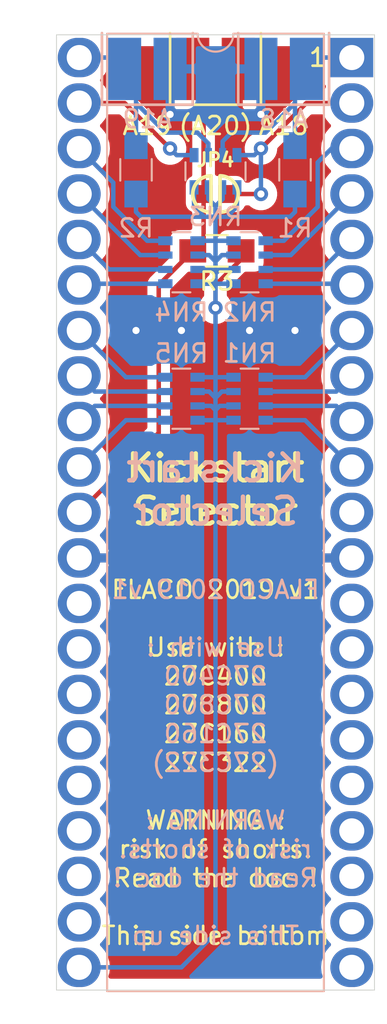
<source format=kicad_pcb>
(kicad_pcb (version 20171130) (host pcbnew 5.1.2-f72e74a~84~ubuntu16.04.1)

  (general
    (thickness 1.6)
    (drawings 14)
    (tracks 148)
    (zones 0)
    (modules 13)
    (nets 42)
  )

  (page A4)
  (title_block
    (title "27C400-322 kickstart selector")
    (date 2019-05-10)
    (rev 1)
    (company "FLACO 2019, licence of this PCB is CC-BY-NC-SA")
    (comment 1 "Supports 27C400, 27C800, 27C160, 27C322")
  )

  (layers
    (0 F.Cu signal)
    (31 B.Cu signal)
    (32 B.Adhes user)
    (33 F.Adhes user)
    (34 B.Paste user)
    (35 F.Paste user)
    (36 B.SilkS user)
    (37 F.SilkS user)
    (38 B.Mask user)
    (39 F.Mask user)
    (40 Dwgs.User user)
    (41 Cmts.User user)
    (42 Eco1.User user)
    (43 Eco2.User user)
    (44 Edge.Cuts user)
    (45 Margin user)
    (46 B.CrtYd user)
    (47 F.CrtYd user)
    (48 B.Fab user)
    (49 F.Fab user)
  )

  (setup
    (last_trace_width 0.25)
    (trace_clearance 0.2)
    (zone_clearance 0.508)
    (zone_45_only no)
    (trace_min 0.2)
    (via_size 0.8)
    (via_drill 0.4)
    (via_min_size 0.4)
    (via_min_drill 0.3)
    (uvia_size 0.3)
    (uvia_drill 0.1)
    (uvias_allowed no)
    (uvia_min_size 0.2)
    (uvia_min_drill 0.1)
    (edge_width 0.05)
    (segment_width 0.2)
    (pcb_text_width 0.3)
    (pcb_text_size 1.5 1.5)
    (mod_edge_width 0.12)
    (mod_text_size 1 1)
    (mod_text_width 0.15)
    (pad_size 1.524 1.524)
    (pad_drill 0.762)
    (pad_to_mask_clearance 0.051)
    (solder_mask_min_width 0.25)
    (aux_axis_origin 0 0)
    (visible_elements FFFFFF7F)
    (pcbplotparams
      (layerselection 0x010fc_ffffffff)
      (usegerberextensions false)
      (usegerberattributes false)
      (usegerberadvancedattributes false)
      (creategerberjobfile false)
      (excludeedgelayer true)
      (linewidth 0.100000)
      (plotframeref false)
      (viasonmask false)
      (mode 1)
      (useauxorigin false)
      (hpglpennumber 1)
      (hpglpenspeed 20)
      (hpglpendiameter 15.000000)
      (psnegative false)
      (psa4output false)
      (plotreference true)
      (plotvalue true)
      (plotinvisibletext false)
      (padsonsilk false)
      (subtractmaskfromsilk false)
      (outputformat 1)
      (mirror false)
      (drillshape 1)
      (scaleselection 1)
      (outputdirectory ""))
  )

  (net 0 "")
  (net 1 /A18)
  (net 2 /GND)
  (net 3 /A19)
  (net 4 /BYTE)
  (net 5 /A17)
  (net 6 /VCC)
  (net 7 /A3)
  (net 8 /A1)
  (net 9 /A2)
  (net 10 /A0)
  (net 11 /A4)
  (net 12 /A6)
  (net 13 /A5)
  (net 14 /A7)
  (net 15 /A8)
  (net 16 /A9)
  (net 17 /A11)
  (net 18 /A10)
  (net 19 /A12)
  (net 20 /A16)
  (net 21 /A14)
  (net 22 /A15)
  (net 23 /A13)
  (net 24 /D11)
  (net 25 /D3)
  (net 26 /D10)
  (net 27 /D2)
  (net 28 /D9)
  (net 29 /D1)
  (net 30 /D8)
  (net 31 /D0)
  (net 32 /OE)
  (net 33 /CE)
  (net 34 /D15)
  (net 35 /D7)
  (net 36 /D14)
  (net 37 /D6)
  (net 38 /D13)
  (net 39 /D5)
  (net 40 /D12)
  (net 41 /D4)

  (net_class Default "This is the default net class."
    (clearance 0.2)
    (trace_width 0.25)
    (via_dia 0.8)
    (via_drill 0.4)
    (uvia_dia 0.3)
    (uvia_drill 0.1)
    (add_net /A0)
    (add_net /A1)
    (add_net /A10)
    (add_net /A11)
    (add_net /A12)
    (add_net /A13)
    (add_net /A14)
    (add_net /A15)
    (add_net /A16)
    (add_net /A17)
    (add_net /A18)
    (add_net /A19)
    (add_net /A2)
    (add_net /A3)
    (add_net /A4)
    (add_net /A5)
    (add_net /A6)
    (add_net /A7)
    (add_net /A8)
    (add_net /A9)
    (add_net /BYTE)
    (add_net /CE)
    (add_net /D0)
    (add_net /D1)
    (add_net /D10)
    (add_net /D11)
    (add_net /D12)
    (add_net /D13)
    (add_net /D14)
    (add_net /D15)
    (add_net /D2)
    (add_net /D3)
    (add_net /D4)
    (add_net /D5)
    (add_net /D6)
    (add_net /D7)
    (add_net /D8)
    (add_net /D9)
    (add_net /GND)
    (add_net /OE)
    (add_net /VCC)
  )

  (module sassa:DIP-42_W15.24mm_BigPads1.4 (layer B.Cu) (tedit 5CDB2942) (tstamp 5CD5BA3C)
    (at 154.94 70.485 180)
    (descr "42-lead though-hole mounted DIP package, row spacing 15.24 mm (600 mils), BigPads")
    (tags "THT DIP DIL PDIP 2.54mm 15.24mm 600mil LongPads")
    (path /5CD7CF25)
    (fp_text reference U1 (at 7.62 2.33) (layer B.SilkS) hide
      (effects (font (size 1 1) (thickness 0.15)) (justify mirror))
    )
    (fp_text value 27C160 (at 7.62 -53.13) (layer B.Fab)
      (effects (font (size 1 1) (thickness 0.15)) (justify mirror))
    )
    (fp_arc (start 7.62 1.33) (end 6.62 1.33) (angle 180) (layer B.SilkS) (width 0.12))
    (fp_line (start 1.255 1.27) (end 14.985 1.27) (layer B.Fab) (width 0.1))
    (fp_line (start 14.985 1.27) (end 14.985 -52.07) (layer B.Fab) (width 0.1))
    (fp_line (start 14.985 -52.07) (end 0.255 -52.07) (layer B.Fab) (width 0.1))
    (fp_line (start 0.255 -52.07) (end 0.255 0.27) (layer B.Fab) (width 0.1))
    (fp_line (start 0.255 0.27) (end 1.255 1.27) (layer B.Fab) (width 0.1))
    (fp_line (start 6.62 1.33) (end 1.56 1.33) (layer B.SilkS) (width 0.12))
    (fp_line (start 1.56 1.33) (end 1.56 -52.13) (layer B.SilkS) (width 0.12))
    (fp_line (start 1.56 -52.13) (end 13.68 -52.13) (layer B.SilkS) (width 0.12))
    (fp_line (start 13.68 -52.13) (end 13.68 1.33) (layer B.SilkS) (width 0.12))
    (fp_line (start 13.68 1.33) (end 8.62 1.33) (layer B.SilkS) (width 0.12))
    (fp_line (start -1.5 1.55) (end -1.5 -52.35) (layer B.CrtYd) (width 0.05))
    (fp_line (start -1.5 -52.35) (end 16.7 -52.35) (layer B.CrtYd) (width 0.05))
    (fp_line (start 16.7 -52.35) (end 16.7 1.55) (layer B.CrtYd) (width 0.05))
    (fp_line (start 16.7 1.55) (end -1.5 1.55) (layer B.CrtYd) (width 0.05))
    (fp_text user %R (at 7.62 -25.4) (layer B.Fab)
      (effects (font (size 1 1) (thickness 0.15)) (justify mirror))
    )
    (pad 1 thru_hole rect (at 0 0 180) (size 2.4 2.2) (drill 1.4) (layers *.Cu *.Mask)
      (net 1 /A18))
    (pad 22 thru_hole oval (at 15.24 -50.8 180) (size 2.4 2.2) (drill 1.4) (layers *.Cu *.Mask)
      (net 6 /VCC))
    (pad 2 thru_hole oval (at 0 -2.54 180) (size 2.4 2.2) (drill 1.4) (layers *.Cu *.Mask)
      (net 5 /A17))
    (pad 23 thru_hole oval (at 15.24 -48.26 180) (size 2.4 2.2) (drill 1.4) (layers *.Cu *.Mask)
      (net 41 /D4))
    (pad 3 thru_hole oval (at 0 -5.08 180) (size 2.4 2.2) (drill 1.4) (layers *.Cu *.Mask)
      (net 14 /A7))
    (pad 24 thru_hole oval (at 15.24 -45.72 180) (size 2.4 2.2) (drill 1.4) (layers *.Cu *.Mask)
      (net 40 /D12))
    (pad 4 thru_hole oval (at 0 -7.62 180) (size 2.4 2.2) (drill 1.4) (layers *.Cu *.Mask)
      (net 12 /A6))
    (pad 25 thru_hole oval (at 15.24 -43.18 180) (size 2.4 2.2) (drill 1.4) (layers *.Cu *.Mask)
      (net 39 /D5))
    (pad 5 thru_hole oval (at 0 -10.16 180) (size 2.4 2.2) (drill 1.4) (layers *.Cu *.Mask)
      (net 13 /A5))
    (pad 26 thru_hole oval (at 15.24 -40.64 180) (size 2.4 2.2) (drill 1.4) (layers *.Cu *.Mask)
      (net 38 /D13))
    (pad 6 thru_hole oval (at 0 -12.7 180) (size 2.4 2.2) (drill 1.4) (layers *.Cu *.Mask)
      (net 11 /A4))
    (pad 27 thru_hole oval (at 15.24 -38.1 180) (size 2.4 2.2) (drill 1.4) (layers *.Cu *.Mask)
      (net 37 /D6))
    (pad 7 thru_hole oval (at 0 -15.24 180) (size 2.4 2.2) (drill 1.4) (layers *.Cu *.Mask)
      (net 7 /A3))
    (pad 28 thru_hole oval (at 15.24 -35.56 180) (size 2.4 2.2) (drill 1.4) (layers *.Cu *.Mask)
      (net 36 /D14))
    (pad 8 thru_hole oval (at 0 -17.78 180) (size 2.4 2.2) (drill 1.4) (layers *.Cu *.Mask)
      (net 9 /A2))
    (pad 29 thru_hole oval (at 15.24 -33.02 180) (size 2.4 2.2) (drill 1.4) (layers *.Cu *.Mask)
      (net 35 /D7))
    (pad 9 thru_hole oval (at 0 -20.32 180) (size 2.4 2.2) (drill 1.4) (layers *.Cu *.Mask)
      (net 8 /A1))
    (pad 30 thru_hole oval (at 15.24 -30.48 180) (size 2.4 2.2) (drill 1.4) (layers *.Cu *.Mask)
      (net 34 /D15))
    (pad 10 thru_hole oval (at 0 -22.86 180) (size 2.4 2.2) (drill 1.4) (layers *.Cu *.Mask)
      (net 10 /A0))
    (pad 31 thru_hole oval (at 15.24 -27.94 180) (size 2.4 2.2) (drill 1.4) (layers *.Cu *.Mask)
      (net 2 /GND))
    (pad 11 thru_hole oval (at 0 -25.4 180) (size 2.4 2.2) (drill 1.4) (layers *.Cu *.Mask)
      (net 33 /CE))
    (pad 32 thru_hole oval (at 15.24 -25.4 180) (size 2.4 2.2) (drill 1.4) (layers *.Cu *.Mask)
      (net 4 /BYTE))
    (pad 12 thru_hole oval (at 0 -27.94 180) (size 2.4 2.2) (drill 1.4) (layers *.Cu *.Mask)
      (net 2 /GND))
    (pad 33 thru_hole oval (at 15.24 -22.86 180) (size 2.4 2.2) (drill 1.4) (layers *.Cu *.Mask)
      (net 20 /A16))
    (pad 13 thru_hole oval (at 0 -30.48 180) (size 2.4 2.2) (drill 1.4) (layers *.Cu *.Mask)
      (net 32 /OE))
    (pad 34 thru_hole oval (at 15.24 -20.32 180) (size 2.4 2.2) (drill 1.4) (layers *.Cu *.Mask)
      (net 22 /A15))
    (pad 14 thru_hole oval (at 0 -33.02 180) (size 2.4 2.2) (drill 1.4) (layers *.Cu *.Mask)
      (net 31 /D0))
    (pad 35 thru_hole oval (at 15.24 -17.78 180) (size 2.4 2.2) (drill 1.4) (layers *.Cu *.Mask)
      (net 21 /A14))
    (pad 15 thru_hole oval (at 0 -35.56 180) (size 2.4 2.2) (drill 1.4) (layers *.Cu *.Mask)
      (net 30 /D8))
    (pad 36 thru_hole oval (at 15.24 -15.24 180) (size 2.4 2.2) (drill 1.4) (layers *.Cu *.Mask)
      (net 23 /A13))
    (pad 16 thru_hole oval (at 0 -38.1 180) (size 2.4 2.2) (drill 1.4) (layers *.Cu *.Mask)
      (net 29 /D1))
    (pad 37 thru_hole oval (at 15.24 -12.7 180) (size 2.4 2.2) (drill 1.4) (layers *.Cu *.Mask)
      (net 19 /A12))
    (pad 17 thru_hole oval (at 0 -40.64 180) (size 2.4 2.2) (drill 1.4) (layers *.Cu *.Mask)
      (net 28 /D9))
    (pad 38 thru_hole oval (at 15.24 -10.16 180) (size 2.4 2.2) (drill 1.4) (layers *.Cu *.Mask)
      (net 17 /A11))
    (pad 18 thru_hole oval (at 0 -43.18 180) (size 2.4 2.2) (drill 1.4) (layers *.Cu *.Mask)
      (net 27 /D2))
    (pad 39 thru_hole oval (at 15.24 -7.62 180) (size 2.4 2.2) (drill 1.4) (layers *.Cu *.Mask)
      (net 18 /A10))
    (pad 19 thru_hole oval (at 0 -45.72 180) (size 2.4 2.2) (drill 1.4) (layers *.Cu *.Mask)
      (net 26 /D10))
    (pad 40 thru_hole oval (at 15.24 -5.08 180) (size 2.4 2.2) (drill 1.4) (layers *.Cu *.Mask)
      (net 16 /A9))
    (pad 20 thru_hole oval (at 0 -48.26 180) (size 2.4 2.2) (drill 1.4) (layers *.Cu *.Mask)
      (net 25 /D3))
    (pad 41 thru_hole oval (at 15.24 -2.54 180) (size 2.4 2.2) (drill 1.4) (layers *.Cu *.Mask)
      (net 15 /A8))
    (pad 21 thru_hole oval (at 0 -50.8 180) (size 2.4 2.2) (drill 1.4) (layers *.Cu *.Mask)
      (net 24 /D11))
    (pad 42 thru_hole oval (at 15.24 0 180) (size 2.4 2.2) (drill 1.4) (layers *.Cu *.Mask)
      (net 3 /A19))
    (model ${KISYS3DMOD}/Housings_DIP.3dshapes/DIP-42_W15.24mm.wrl
      (at (xyz 0 0 0))
      (scale (xyz 1 1 1))
      (rotate (xyz 0 0 0))
    )
  )

  (module sassa:Pin_Header_1x2_EdgeMount_Pitch2.54mm (layer B.Cu) (tedit 5CD532F5) (tstamp 5CD5B1FB)
    (at 149.86 71.12)
    (path /5CD60DBE)
    (fp_text reference JP1 (at 1.27 3) (layer B.SilkS) hide
      (effects (font (size 1 1) (thickness 0.15)) (justify mirror))
    )
    (fp_text value A18 (at 1.27 -3) (layer B.Fab)
      (effects (font (size 1 1) (thickness 0.15)) (justify mirror))
    )
    (fp_line (start 3.81 2) (end 3.81 -2) (layer B.SilkS) (width 0.15))
    (fp_line (start -1.27 2) (end 3.81 2) (layer B.SilkS) (width 0.15))
    (fp_line (start -1.27 -2) (end -1.27 2) (layer B.SilkS) (width 0.15))
    (fp_line (start -4.445 -2) (end 6.985 -2) (layer Dwgs.User) (width 0.15))
    (fp_text user "PCB Edge" (at -5 -1) (layer Dwgs.User)
      (effects (font (size 0.5 0.5) (thickness 0.125)))
    )
    (pad 2 smd rect (at 2.54 0) (size 1.846667 3.48) (layers B.Cu B.Paste B.Mask)
      (net 1 /A18))
    (pad 1 smd rect (at 0 0) (size 1.846667 3.48) (layers B.Cu B.Paste B.Mask)
      (net 2 /GND))
  )

  (module sassa:Pin_Header_1x2_EdgeMount_Pitch2.54mm (layer B.Cu) (tedit 5CD532F5) (tstamp 5CD5B206)
    (at 142.24 71.12)
    (path /5CD61963)
    (fp_text reference JP2 (at 1.27 3) (layer B.SilkS) hide
      (effects (font (size 1 1) (thickness 0.15)) (justify mirror))
    )
    (fp_text value A19 (at 1.27 -3) (layer B.Fab)
      (effects (font (size 1 1) (thickness 0.15)) (justify mirror))
    )
    (fp_text user "PCB Edge" (at -5 -1) (layer Dwgs.User)
      (effects (font (size 0.5 0.5) (thickness 0.125)))
    )
    (fp_line (start -4.445 -2) (end 6.985 -2) (layer Dwgs.User) (width 0.15))
    (fp_line (start -1.27 -2) (end -1.27 2) (layer B.SilkS) (width 0.15))
    (fp_line (start -1.27 2) (end 3.81 2) (layer B.SilkS) (width 0.15))
    (fp_line (start 3.81 2) (end 3.81 -2) (layer B.SilkS) (width 0.15))
    (pad 1 smd rect (at 0 0) (size 1.846667 3.48) (layers B.Cu B.Paste B.Mask)
      (net 3 /A19))
    (pad 2 smd rect (at 2.54 0) (size 1.846667 3.48) (layers B.Cu B.Paste B.Mask)
      (net 2 /GND))
  )

  (module sassa:Pin_Header_1x2_EdgeMount_Pitch2.54mm (layer F.Cu) (tedit 5CD532F5) (tstamp 5CD5B211)
    (at 148.59 71.12 180)
    (path /5CDB7500)
    (fp_text reference JP3 (at 1.27 -3) (layer F.SilkS) hide
      (effects (font (size 1 1) (thickness 0.15)))
    )
    (fp_text value A20 (at 1.27 3) (layer F.Fab)
      (effects (font (size 1 1) (thickness 0.15)))
    )
    (fp_text user "PCB Edge" (at -5 1) (layer Dwgs.User)
      (effects (font (size 0.5 0.5) (thickness 0.125)))
    )
    (fp_line (start -4.445 2) (end 6.985 2) (layer Dwgs.User) (width 0.15))
    (fp_line (start -1.27 2) (end -1.27 -2) (layer F.SilkS) (width 0.15))
    (fp_line (start -1.27 -2) (end 3.81 -2) (layer F.SilkS) (width 0.15))
    (fp_line (start 3.81 -2) (end 3.81 2) (layer F.SilkS) (width 0.15))
    (pad 1 smd rect (at 0 0 180) (size 1.846667 3.48) (layers F.Cu F.Paste F.Mask)
      (net 2 /GND))
    (pad 2 smd rect (at 2.54 0 180) (size 1.846667 3.48) (layers F.Cu F.Paste F.Mask)
      (net 4 /BYTE))
  )

  (module sassa:SOLDER-JUMPER_1-WAY-CLOSED (layer F.Cu) (tedit 5A075DDE) (tstamp 5CD5B21D)
    (at 147.32 78.105 180)
    (path /5CDA9FDB)
    (fp_text reference JP4 (at 0 1.905) (layer F.SilkS)
      (effects (font (size 0.762 0.762) (thickness 0.1524)))
    )
    (fp_text value "A500 bug" (at 0 0) (layer F.SilkS) hide
      (effects (font (size 0.762 0.762) (thickness 0.1524)))
    )
    (fp_line (start 0.254 1.016) (end 0.254 -1.016) (layer F.SilkS) (width 0.2032))
    (fp_line (start -0.254 -1.016) (end -0.254 1.016) (layer F.SilkS) (width 0.2032))
    (fp_arc (start 0.254 0) (end 1.27 0) (angle 90) (layer F.SilkS) (width 0.2032))
    (fp_arc (start 0.254 0) (end 0.254 -1.016) (angle 90) (layer F.SilkS) (width 0.2032))
    (fp_arc (start -0.254 0) (end -1.27 0) (angle 90) (layer F.SilkS) (width 0.2032))
    (fp_arc (start -0.254 0) (end -0.254 1.016) (angle 90) (layer F.SilkS) (width 0.2032))
    (pad 1 smd rect (at -0.65 0 180) (size 1 1) (layers F.Cu F.Paste F.Mask)
      (net 5 /A17))
    (pad 2 smd rect (at 0.65 0 180) (size 1 1) (layers F.Cu F.Paste F.Mask)
      (net 4 /BYTE))
  )

  (module Resistors_SMD:R_0805_HandSoldering (layer B.Cu) (tedit 58E0A804) (tstamp 5CD5B22E)
    (at 151.765 76.755 90)
    (descr "Resistor SMD 0805, hand soldering")
    (tags "resistor 0805")
    (path /5CD5FC25)
    (attr smd)
    (fp_text reference R1 (at -3.255 0) (layer B.SilkS)
      (effects (font (size 1 1) (thickness 0.15)) (justify mirror))
    )
    (fp_text value 10k (at 0 -1.75 270) (layer B.Fab)
      (effects (font (size 1 1) (thickness 0.15)) (justify mirror))
    )
    (fp_text user %R (at 0 0 270) (layer B.Fab)
      (effects (font (size 0.5 0.5) (thickness 0.075)) (justify mirror))
    )
    (fp_line (start -1 -0.62) (end -1 0.62) (layer B.Fab) (width 0.1))
    (fp_line (start 1 -0.62) (end -1 -0.62) (layer B.Fab) (width 0.1))
    (fp_line (start 1 0.62) (end 1 -0.62) (layer B.Fab) (width 0.1))
    (fp_line (start -1 0.62) (end 1 0.62) (layer B.Fab) (width 0.1))
    (fp_line (start 0.6 -0.88) (end -0.6 -0.88) (layer B.SilkS) (width 0.12))
    (fp_line (start -0.6 0.88) (end 0.6 0.88) (layer B.SilkS) (width 0.12))
    (fp_line (start -2.35 0.9) (end 2.35 0.9) (layer B.CrtYd) (width 0.05))
    (fp_line (start -2.35 0.9) (end -2.35 -0.9) (layer B.CrtYd) (width 0.05))
    (fp_line (start 2.35 -0.9) (end 2.35 0.9) (layer B.CrtYd) (width 0.05))
    (fp_line (start 2.35 -0.9) (end -2.35 -0.9) (layer B.CrtYd) (width 0.05))
    (pad 1 smd rect (at -1.35 0 90) (size 1.5 1.3) (layers B.Cu B.Paste B.Mask)
      (net 6 /VCC))
    (pad 2 smd rect (at 1.35 0 90) (size 1.5 1.3) (layers B.Cu B.Paste B.Mask)
      (net 1 /A18))
    (model ${KISYS3DMOD}/Resistors_SMD.3dshapes/R_0805.wrl
      (at (xyz 0 0 0))
      (scale (xyz 1 1 1))
      (rotate (xyz 0 0 0))
    )
  )

  (module Resistors_SMD:R_0805_HandSoldering (layer B.Cu) (tedit 58E0A804) (tstamp 5CD5B23F)
    (at 142.875 76.755 90)
    (descr "Resistor SMD 0805, hand soldering")
    (tags "resistor 0805")
    (path /5CD60412)
    (attr smd)
    (fp_text reference R2 (at -3.255 0 180) (layer B.SilkS)
      (effects (font (size 1 1) (thickness 0.15)) (justify mirror))
    )
    (fp_text value 10k (at 0 -1.75 90) (layer B.Fab)
      (effects (font (size 1 1) (thickness 0.15)) (justify mirror))
    )
    (fp_line (start 2.35 -0.9) (end -2.35 -0.9) (layer B.CrtYd) (width 0.05))
    (fp_line (start 2.35 -0.9) (end 2.35 0.9) (layer B.CrtYd) (width 0.05))
    (fp_line (start -2.35 0.9) (end -2.35 -0.9) (layer B.CrtYd) (width 0.05))
    (fp_line (start -2.35 0.9) (end 2.35 0.9) (layer B.CrtYd) (width 0.05))
    (fp_line (start -0.6 0.88) (end 0.6 0.88) (layer B.SilkS) (width 0.12))
    (fp_line (start 0.6 -0.88) (end -0.6 -0.88) (layer B.SilkS) (width 0.12))
    (fp_line (start -1 0.62) (end 1 0.62) (layer B.Fab) (width 0.1))
    (fp_line (start 1 0.62) (end 1 -0.62) (layer B.Fab) (width 0.1))
    (fp_line (start 1 -0.62) (end -1 -0.62) (layer B.Fab) (width 0.1))
    (fp_line (start -1 -0.62) (end -1 0.62) (layer B.Fab) (width 0.1))
    (fp_text user %R (at 0 0 90) (layer B.Fab)
      (effects (font (size 0.5 0.5) (thickness 0.075)) (justify mirror))
    )
    (pad 2 smd rect (at 1.35 0 90) (size 1.5 1.3) (layers B.Cu B.Paste B.Mask)
      (net 3 /A19))
    (pad 1 smd rect (at -1.35 0 90) (size 1.5 1.3) (layers B.Cu B.Paste B.Mask)
      (net 6 /VCC))
    (model ${KISYS3DMOD}/Resistors_SMD.3dshapes/R_0805.wrl
      (at (xyz 0 0 0))
      (scale (xyz 1 1 1))
      (rotate (xyz 0 0 0))
    )
  )

  (module Resistors_SMD:R_0805_HandSoldering (layer F.Cu) (tedit 58E0A804) (tstamp 5CD5C910)
    (at 147.4 81.28 180)
    (descr "Resistor SMD 0805, hand soldering")
    (tags "resistor 0805")
    (path /5CDB7524)
    (attr smd)
    (fp_text reference R3 (at 0 -1.7) (layer F.SilkS)
      (effects (font (size 1 1) (thickness 0.15)))
    )
    (fp_text value 10k (at 0 1.75) (layer F.Fab)
      (effects (font (size 1 1) (thickness 0.15)))
    )
    (fp_line (start 2.35 0.9) (end -2.35 0.9) (layer F.CrtYd) (width 0.05))
    (fp_line (start 2.35 0.9) (end 2.35 -0.9) (layer F.CrtYd) (width 0.05))
    (fp_line (start -2.35 -0.9) (end -2.35 0.9) (layer F.CrtYd) (width 0.05))
    (fp_line (start -2.35 -0.9) (end 2.35 -0.9) (layer F.CrtYd) (width 0.05))
    (fp_line (start -0.6 -0.88) (end 0.6 -0.88) (layer F.SilkS) (width 0.12))
    (fp_line (start 0.6 0.88) (end -0.6 0.88) (layer F.SilkS) (width 0.12))
    (fp_line (start -1 -0.62) (end 1 -0.62) (layer F.Fab) (width 0.1))
    (fp_line (start 1 -0.62) (end 1 0.62) (layer F.Fab) (width 0.1))
    (fp_line (start 1 0.62) (end -1 0.62) (layer F.Fab) (width 0.1))
    (fp_line (start -1 0.62) (end -1 -0.62) (layer F.Fab) (width 0.1))
    (fp_text user %R (at 0 0) (layer F.Fab)
      (effects (font (size 0.5 0.5) (thickness 0.075)))
    )
    (pad 2 smd rect (at 1.35 0 180) (size 1.5 1.3) (layers F.Cu F.Paste F.Mask)
      (net 4 /BYTE))
    (pad 1 smd rect (at -1.35 0 180) (size 1.5 1.3) (layers F.Cu F.Paste F.Mask)
      (net 6 /VCC))
    (model ${KISYS3DMOD}/Resistors_SMD.3dshapes/R_0805.wrl
      (at (xyz 0 0 0))
      (scale (xyz 1 1 1))
      (rotate (xyz 0 0 0))
    )
  )

  (module Resistors_SMD:R_Array_Convex_4x0603 (layer B.Cu) (tedit 58E0A8B2) (tstamp 5CD5C5B3)
    (at 149.225 89.535 180)
    (descr "Chip Resistor Network, ROHM MNR14 (see mnr_g.pdf)")
    (tags "resistor array")
    (path /5CD82D18)
    (attr smd)
    (fp_text reference RN1 (at 0 2.54) (layer B.SilkS)
      (effects (font (size 1 1) (thickness 0.15)) (justify mirror))
    )
    (fp_text value 4.7K (at 0 -2.8) (layer B.Fab)
      (effects (font (size 1 1) (thickness 0.15)) (justify mirror))
    )
    (fp_line (start 1.55 -1.85) (end -1.55 -1.85) (layer B.CrtYd) (width 0.05))
    (fp_line (start 1.55 -1.85) (end 1.55 1.85) (layer B.CrtYd) (width 0.05))
    (fp_line (start -1.55 1.85) (end -1.55 -1.85) (layer B.CrtYd) (width 0.05))
    (fp_line (start -1.55 1.85) (end 1.55 1.85) (layer B.CrtYd) (width 0.05))
    (fp_line (start 0.5 1.68) (end -0.5 1.68) (layer B.SilkS) (width 0.12))
    (fp_line (start 0.5 -1.68) (end -0.5 -1.68) (layer B.SilkS) (width 0.12))
    (fp_line (start -0.8 -1.6) (end -0.8 1.6) (layer B.Fab) (width 0.1))
    (fp_line (start 0.8 -1.6) (end -0.8 -1.6) (layer B.Fab) (width 0.1))
    (fp_line (start 0.8 1.6) (end 0.8 -1.6) (layer B.Fab) (width 0.1))
    (fp_line (start -0.8 1.6) (end 0.8 1.6) (layer B.Fab) (width 0.1))
    (fp_text user %R (at 0 0 -90) (layer B.Fab)
      (effects (font (size 0.5 0.5) (thickness 0.075)) (justify mirror))
    )
    (pad 5 smd rect (at 0.9 -1.2 180) (size 0.8 0.5) (layers B.Cu B.Paste B.Mask)
      (net 6 /VCC))
    (pad 6 smd rect (at 0.9 -0.4 180) (size 0.8 0.4) (layers B.Cu B.Paste B.Mask)
      (net 6 /VCC))
    (pad 8 smd rect (at 0.9 1.2 180) (size 0.8 0.5) (layers B.Cu B.Paste B.Mask)
      (net 6 /VCC))
    (pad 7 smd rect (at 0.9 0.4 180) (size 0.8 0.4) (layers B.Cu B.Paste B.Mask)
      (net 6 /VCC))
    (pad 4 smd rect (at -0.9 -1.2 180) (size 0.8 0.5) (layers B.Cu B.Paste B.Mask)
      (net 10 /A0))
    (pad 2 smd rect (at -0.9 0.4 180) (size 0.8 0.4) (layers B.Cu B.Paste B.Mask)
      (net 9 /A2))
    (pad 3 smd rect (at -0.9 -0.4 180) (size 0.8 0.4) (layers B.Cu B.Paste B.Mask)
      (net 8 /A1))
    (pad 1 smd rect (at -0.9 1.2 180) (size 0.8 0.5) (layers B.Cu B.Paste B.Mask)
      (net 7 /A3))
    (model ${KISYS3DMOD}/Resistors_SMD.3dshapes/R_Array_Convex_4x0603.wrl
      (at (xyz 0 0 0))
      (scale (xyz 1 1 1))
      (rotate (xyz 0 0 0))
    )
  )

  (module Resistors_SMD:R_Array_Convex_4x0603 (layer B.Cu) (tedit 58E0A8B2) (tstamp 5CD5E269)
    (at 149.225 81.915 180)
    (descr "Chip Resistor Network, ROHM MNR14 (see mnr_g.pdf)")
    (tags "resistor array")
    (path /5CD8427E)
    (attr smd)
    (fp_text reference RN2 (at 0 -2.794) (layer B.SilkS)
      (effects (font (size 1 1) (thickness 0.15)) (justify mirror))
    )
    (fp_text value 4.7K (at 0 -2.8) (layer B.Fab)
      (effects (font (size 1 1) (thickness 0.15)) (justify mirror))
    )
    (fp_text user %R (at 0 0 -90) (layer B.Fab)
      (effects (font (size 0.5 0.5) (thickness 0.075)) (justify mirror))
    )
    (fp_line (start -0.8 1.6) (end 0.8 1.6) (layer B.Fab) (width 0.1))
    (fp_line (start 0.8 1.6) (end 0.8 -1.6) (layer B.Fab) (width 0.1))
    (fp_line (start 0.8 -1.6) (end -0.8 -1.6) (layer B.Fab) (width 0.1))
    (fp_line (start -0.8 -1.6) (end -0.8 1.6) (layer B.Fab) (width 0.1))
    (fp_line (start 0.5 -1.68) (end -0.5 -1.68) (layer B.SilkS) (width 0.12))
    (fp_line (start 0.5 1.68) (end -0.5 1.68) (layer B.SilkS) (width 0.12))
    (fp_line (start -1.55 1.85) (end 1.55 1.85) (layer B.CrtYd) (width 0.05))
    (fp_line (start -1.55 1.85) (end -1.55 -1.85) (layer B.CrtYd) (width 0.05))
    (fp_line (start 1.55 -1.85) (end 1.55 1.85) (layer B.CrtYd) (width 0.05))
    (fp_line (start 1.55 -1.85) (end -1.55 -1.85) (layer B.CrtYd) (width 0.05))
    (pad 1 smd rect (at -0.9 1.2 180) (size 0.8 0.5) (layers B.Cu B.Paste B.Mask)
      (net 14 /A7))
    (pad 3 smd rect (at -0.9 -0.4 180) (size 0.8 0.4) (layers B.Cu B.Paste B.Mask)
      (net 13 /A5))
    (pad 2 smd rect (at -0.9 0.4 180) (size 0.8 0.4) (layers B.Cu B.Paste B.Mask)
      (net 12 /A6))
    (pad 4 smd rect (at -0.9 -1.2 180) (size 0.8 0.5) (layers B.Cu B.Paste B.Mask)
      (net 11 /A4))
    (pad 7 smd rect (at 0.9 0.4 180) (size 0.8 0.4) (layers B.Cu B.Paste B.Mask)
      (net 6 /VCC))
    (pad 8 smd rect (at 0.9 1.2 180) (size 0.8 0.5) (layers B.Cu B.Paste B.Mask)
      (net 6 /VCC))
    (pad 6 smd rect (at 0.9 -0.4 180) (size 0.8 0.4) (layers B.Cu B.Paste B.Mask)
      (net 6 /VCC))
    (pad 5 smd rect (at 0.9 -1.2 180) (size 0.8 0.5) (layers B.Cu B.Paste B.Mask)
      (net 6 /VCC))
    (model ${KISYS3DMOD}/Resistors_SMD.3dshapes/R_Array_Convex_4x0603.wrl
      (at (xyz 0 0 0))
      (scale (xyz 1 1 1))
      (rotate (xyz 0 0 0))
    )
  )

  (module Resistors_SMD:R_Array_Convex_4x0603 (layer B.Cu) (tedit 58E0A8B2) (tstamp 5CD5B295)
    (at 147.32 76.835 270)
    (descr "Chip Resistor Network, ROHM MNR14 (see mnr_g.pdf)")
    (tags "resistor array")
    (path /5CD854FF)
    (attr smd)
    (fp_text reference RN3 (at 2.54 0) (layer B.SilkS)
      (effects (font (size 1 1) (thickness 0.15)) (justify mirror))
    )
    (fp_text value 4.7K (at 0 -2.8 270) (layer B.Fab)
      (effects (font (size 1 1) (thickness 0.15)) (justify mirror))
    )
    (fp_line (start 1.55 -1.85) (end -1.55 -1.85) (layer B.CrtYd) (width 0.05))
    (fp_line (start 1.55 -1.85) (end 1.55 1.85) (layer B.CrtYd) (width 0.05))
    (fp_line (start -1.55 1.85) (end -1.55 -1.85) (layer B.CrtYd) (width 0.05))
    (fp_line (start -1.55 1.85) (end 1.55 1.85) (layer B.CrtYd) (width 0.05))
    (fp_line (start 0.5 1.68) (end -0.5 1.68) (layer B.SilkS) (width 0.12))
    (fp_line (start 0.5 -1.68) (end -0.5 -1.68) (layer B.SilkS) (width 0.12))
    (fp_line (start -0.8 -1.6) (end -0.8 1.6) (layer B.Fab) (width 0.1))
    (fp_line (start 0.8 -1.6) (end -0.8 -1.6) (layer B.Fab) (width 0.1))
    (fp_line (start 0.8 1.6) (end 0.8 -1.6) (layer B.Fab) (width 0.1))
    (fp_line (start -0.8 1.6) (end 0.8 1.6) (layer B.Fab) (width 0.1))
    (fp_text user %R (at 0 0) (layer B.Fab)
      (effects (font (size 0.5 0.5) (thickness 0.075)) (justify mirror))
    )
    (pad 5 smd rect (at 0.9 -1.2 270) (size 0.8 0.5) (layers B.Cu B.Paste B.Mask)
      (net 6 /VCC))
    (pad 6 smd rect (at 0.9 -0.4 270) (size 0.8 0.4) (layers B.Cu B.Paste B.Mask)
      (net 6 /VCC))
    (pad 8 smd rect (at 0.9 1.2 270) (size 0.8 0.5) (layers B.Cu B.Paste B.Mask)
      (net 6 /VCC))
    (pad 7 smd rect (at 0.9 0.4 270) (size 0.8 0.4) (layers B.Cu B.Paste B.Mask)
      (net 6 /VCC))
    (pad 4 smd rect (at -0.9 -1.2 270) (size 0.8 0.5) (layers B.Cu B.Paste B.Mask)
      (net 5 /A17))
    (pad 2 smd rect (at -0.9 0.4 270) (size 0.8 0.4) (layers B.Cu B.Paste B.Mask)
      (net 3 /A19))
    (pad 3 smd rect (at -0.9 -0.4 270) (size 0.8 0.4) (layers B.Cu B.Paste B.Mask)
      (net 1 /A18))
    (pad 1 smd rect (at -0.9 1.2 270) (size 0.8 0.5) (layers B.Cu B.Paste B.Mask)
      (net 15 /A8))
    (model ${KISYS3DMOD}/Resistors_SMD.3dshapes/R_Array_Convex_4x0603.wrl
      (at (xyz 0 0 0))
      (scale (xyz 1 1 1))
      (rotate (xyz 0 0 0))
    )
  )

  (module Resistors_SMD:R_Array_Convex_4x0603 (layer B.Cu) (tedit 58E0A8B2) (tstamp 5CD5C272)
    (at 145.415 81.915)
    (descr "Chip Resistor Network, ROHM MNR14 (see mnr_g.pdf)")
    (tags "resistor array")
    (path /5CD85EF0)
    (attr smd)
    (fp_text reference RN4 (at 0 2.8) (layer B.SilkS)
      (effects (font (size 1 1) (thickness 0.15)) (justify mirror))
    )
    (fp_text value 4.7K (at 0 -2.8) (layer B.Fab)
      (effects (font (size 1 1) (thickness 0.15)) (justify mirror))
    )
    (fp_text user %R (at 0 0 -90) (layer B.Fab)
      (effects (font (size 0.5 0.5) (thickness 0.075)) (justify mirror))
    )
    (fp_line (start -0.8 1.6) (end 0.8 1.6) (layer B.Fab) (width 0.1))
    (fp_line (start 0.8 1.6) (end 0.8 -1.6) (layer B.Fab) (width 0.1))
    (fp_line (start 0.8 -1.6) (end -0.8 -1.6) (layer B.Fab) (width 0.1))
    (fp_line (start -0.8 -1.6) (end -0.8 1.6) (layer B.Fab) (width 0.1))
    (fp_line (start 0.5 -1.68) (end -0.5 -1.68) (layer B.SilkS) (width 0.12))
    (fp_line (start 0.5 1.68) (end -0.5 1.68) (layer B.SilkS) (width 0.12))
    (fp_line (start -1.55 1.85) (end 1.55 1.85) (layer B.CrtYd) (width 0.05))
    (fp_line (start -1.55 1.85) (end -1.55 -1.85) (layer B.CrtYd) (width 0.05))
    (fp_line (start 1.55 -1.85) (end 1.55 1.85) (layer B.CrtYd) (width 0.05))
    (fp_line (start 1.55 -1.85) (end -1.55 -1.85) (layer B.CrtYd) (width 0.05))
    (pad 1 smd rect (at -0.9 1.2) (size 0.8 0.5) (layers B.Cu B.Paste B.Mask)
      (net 19 /A12))
    (pad 3 smd rect (at -0.9 -0.4) (size 0.8 0.4) (layers B.Cu B.Paste B.Mask)
      (net 18 /A10))
    (pad 2 smd rect (at -0.9 0.4) (size 0.8 0.4) (layers B.Cu B.Paste B.Mask)
      (net 17 /A11))
    (pad 4 smd rect (at -0.9 -1.2) (size 0.8 0.5) (layers B.Cu B.Paste B.Mask)
      (net 16 /A9))
    (pad 7 smd rect (at 0.9 0.4) (size 0.8 0.4) (layers B.Cu B.Paste B.Mask)
      (net 6 /VCC))
    (pad 8 smd rect (at 0.9 1.2) (size 0.8 0.5) (layers B.Cu B.Paste B.Mask)
      (net 6 /VCC))
    (pad 6 smd rect (at 0.9 -0.4) (size 0.8 0.4) (layers B.Cu B.Paste B.Mask)
      (net 6 /VCC))
    (pad 5 smd rect (at 0.9 -1.2) (size 0.8 0.5) (layers B.Cu B.Paste B.Mask)
      (net 6 /VCC))
    (model ${KISYS3DMOD}/Resistors_SMD.3dshapes/R_Array_Convex_4x0603.wrl
      (at (xyz 0 0 0))
      (scale (xyz 1 1 1))
      (rotate (xyz 0 0 0))
    )
  )

  (module Resistors_SMD:R_Array_Convex_4x0603 (layer B.Cu) (tedit 58E0A8B2) (tstamp 5CD5B2C3)
    (at 145.415 89.535)
    (descr "Chip Resistor Network, ROHM MNR14 (see mnr_g.pdf)")
    (tags "resistor array")
    (path /5CD88BBC)
    (attr smd)
    (fp_text reference RN5 (at 0 -2.54) (layer B.SilkS)
      (effects (font (size 1 1) (thickness 0.15)) (justify mirror))
    )
    (fp_text value 4.7K (at 0 -2.8) (layer B.Fab)
      (effects (font (size 1 1) (thickness 0.15)) (justify mirror))
    )
    (fp_line (start 1.55 -1.85) (end -1.55 -1.85) (layer B.CrtYd) (width 0.05))
    (fp_line (start 1.55 -1.85) (end 1.55 1.85) (layer B.CrtYd) (width 0.05))
    (fp_line (start -1.55 1.85) (end -1.55 -1.85) (layer B.CrtYd) (width 0.05))
    (fp_line (start -1.55 1.85) (end 1.55 1.85) (layer B.CrtYd) (width 0.05))
    (fp_line (start 0.5 1.68) (end -0.5 1.68) (layer B.SilkS) (width 0.12))
    (fp_line (start 0.5 -1.68) (end -0.5 -1.68) (layer B.SilkS) (width 0.12))
    (fp_line (start -0.8 -1.6) (end -0.8 1.6) (layer B.Fab) (width 0.1))
    (fp_line (start 0.8 -1.6) (end -0.8 -1.6) (layer B.Fab) (width 0.1))
    (fp_line (start 0.8 1.6) (end 0.8 -1.6) (layer B.Fab) (width 0.1))
    (fp_line (start -0.8 1.6) (end 0.8 1.6) (layer B.Fab) (width 0.1))
    (fp_text user %R (at 0 0 -90) (layer B.Fab)
      (effects (font (size 0.5 0.5) (thickness 0.075)) (justify mirror))
    )
    (pad 5 smd rect (at 0.9 -1.2) (size 0.8 0.5) (layers B.Cu B.Paste B.Mask)
      (net 6 /VCC))
    (pad 6 smd rect (at 0.9 -0.4) (size 0.8 0.4) (layers B.Cu B.Paste B.Mask)
      (net 6 /VCC))
    (pad 8 smd rect (at 0.9 1.2) (size 0.8 0.5) (layers B.Cu B.Paste B.Mask)
      (net 6 /VCC))
    (pad 7 smd rect (at 0.9 0.4) (size 0.8 0.4) (layers B.Cu B.Paste B.Mask)
      (net 6 /VCC))
    (pad 4 smd rect (at -0.9 -1.2) (size 0.8 0.5) (layers B.Cu B.Paste B.Mask)
      (net 23 /A13))
    (pad 2 smd rect (at -0.9 0.4) (size 0.8 0.4) (layers B.Cu B.Paste B.Mask)
      (net 22 /A15))
    (pad 3 smd rect (at -0.9 -0.4) (size 0.8 0.4) (layers B.Cu B.Paste B.Mask)
      (net 21 /A14))
    (pad 1 smd rect (at -0.9 1.2) (size 0.8 0.5) (layers B.Cu B.Paste B.Mask)
      (net 20 /A16))
    (model ${KISYS3DMOD}/Resistors_SMD.3dshapes/R_Array_Convex_4x0603.wrl
      (at (xyz 0 0 0))
      (scale (xyz 1 1 1))
      (rotate (xyz 0 0 0))
    )
  )

  (gr_text "Kickstart\nSelector" (at 147.32 94.615) (layer B.SilkS) (tstamp 5CD5EDD5)
    (effects (font (size 1.5 1.5) (thickness 0.25)) (justify mirror))
  )
  (gr_text A18 (at 151.13 73.914) (layer B.SilkS)
    (effects (font (size 1 1) (thickness 0.15)) (justify mirror))
  )
  (gr_text A19 (at 143.51 73.914) (layer B.SilkS)
    (effects (font (size 1 1) (thickness 0.15)) (justify mirror))
  )
  (gr_text "FLACO 2019 v1\n\nUse with :\n27C400\n27C800\n27C160\n(27C322)\n\nWARNING :\nrisk of shorts.\nRead the doc !\n\nThis side up" (at 147.32 109.855) (layer B.SilkS)
    (effects (font (size 1 1) (thickness 0.15)) (justify mirror))
  )
  (gr_text 1 (at 153.035 70.485) (layer F.SilkS)
    (effects (font (size 1 1) (thickness 0.15)))
  )
  (gr_text "Kickstart\nSelector" (at 147.32 94.615) (layer F.SilkS)
    (effects (font (size 1.5 1.5) (thickness 0.25)))
  )
  (gr_text "FLACO 2019 v1\n\nUse with :\n27C400\n27C800\n27C160\n(27C322)\n\nWARNING :\nrisk of shorts.\nRead the doc !\n\nThis side bottom" (at 147.32 109.855) (layer F.SilkS)
    (effects (font (size 1 1) (thickness 0.15)))
  )
  (gr_text "(A20)" (at 147.32 74.295) (layer F.SilkS)
    (effects (font (size 1 1) (thickness 0.15)))
  )
  (gr_text A18 (at 151.13 74.295) (layer F.SilkS)
    (effects (font (size 1 1) (thickness 0.15)))
  )
  (gr_text A19 (at 143.51 74.295) (layer F.SilkS)
    (effects (font (size 1 1) (thickness 0.15)))
  )
  (gr_line (start 156.21 69.215) (end 138.43 69.215) (layer Edge.Cuts) (width 0.05) (tstamp 5CD5BF20))
  (gr_line (start 156.21 122.555) (end 156.21 69.215) (layer Edge.Cuts) (width 0.05))
  (gr_line (start 138.43 122.555) (end 156.21 122.555) (layer Edge.Cuts) (width 0.05))
  (gr_line (start 138.43 69.215) (end 138.43 122.555) (layer Edge.Cuts) (width 0.05))

  (segment (start 151.765 71.755) (end 152.4 71.12) (width 0.25) (layer B.Cu) (net 1))
  (segment (start 153.035 70.485) (end 152.4 71.12) (width 0.25) (layer B.Cu) (net 1))
  (segment (start 154.94 70.485) (end 153.035 70.485) (width 0.25) (layer B.Cu) (net 1))
  (segment (start 151.765 73.025) (end 151.765 71.755) (width 0.25) (layer B.Cu) (net 1))
  (segment (start 151.765 75.405) (end 151.765 73.025) (width 0.25) (layer B.Cu) (net 1))
  (segment (start 148.209 74.676) (end 150.114 74.676) (width 0.25) (layer B.Cu) (net 1))
  (segment (start 147.72 75.165) (end 148.209 74.676) (width 0.25) (layer B.Cu) (net 1))
  (segment (start 150.114 74.676) (end 151.765 73.025) (width 0.25) (layer B.Cu) (net 1))
  (segment (start 147.72 75.935) (end 147.72 75.165) (width 0.25) (layer B.Cu) (net 1))
  (via (at 142.875 85.725) (size 0.8) (drill 0.4) (layers F.Cu B.Cu) (net 2))
  (via (at 145.415 85.725) (size 0.8) (drill 0.4) (layers F.Cu B.Cu) (net 2))
  (via (at 151.765 85.725) (size 0.8) (drill 0.4) (layers F.Cu B.Cu) (net 2))
  (via (at 149.225 85.725) (size 0.8) (drill 0.4) (layers F.Cu B.Cu) (net 2))
  (via (at 149.86 73.66) (size 0.8) (drill 0.4) (layers F.Cu B.Cu) (net 2))
  (via (at 144.78 73.66) (size 0.8) (drill 0.4) (layers F.Cu B.Cu) (net 2))
  (segment (start 141.605 70.485) (end 142.24 71.12) (width 0.25) (layer B.Cu) (net 3))
  (segment (start 142.875 71.755) (end 142.24 71.12) (width 0.25) (layer B.Cu) (net 3))
  (segment (start 139.7 70.485) (end 141.605 70.485) (width 0.25) (layer B.Cu) (net 3))
  (segment (start 142.875 73.025) (end 142.875 71.755) (width 0.25) (layer B.Cu) (net 3))
  (segment (start 142.875 75.405) (end 142.875 73.025) (width 0.25) (layer B.Cu) (net 3))
  (segment (start 144.526 74.676) (end 142.875 73.025) (width 0.25) (layer B.Cu) (net 3))
  (segment (start 146.311 74.676) (end 144.526 74.676) (width 0.25) (layer B.Cu) (net 3))
  (segment (start 146.92 75.285) (end 146.311 74.676) (width 0.25) (layer B.Cu) (net 3))
  (segment (start 146.92 75.935) (end 146.92 75.285) (width 0.25) (layer B.Cu) (net 3))
  (segment (start 139.7 95.885) (end 144.145 91.44) (width 0.25) (layer F.Cu) (net 4))
  (segment (start 146.655 71.725) (end 146.05 71.12) (width 0.25) (layer F.Cu) (net 4))
  (segment (start 144.145 91.44) (end 144.145 83.185) (width 0.25) (layer F.Cu) (net 4))
  (segment (start 144.145 83.185) (end 146.655 80.675) (width 0.25) (layer F.Cu) (net 4))
  (segment (start 146.655 80.675) (end 146.655 71.725) (width 0.25) (layer F.Cu) (net 4))
  (via (at 149.86 78.105) (size 0.8) (drill 0.4) (layers F.Cu B.Cu) (net 5))
  (via (at 149.86 75.565) (size 0.8) (drill 0.4) (layers F.Cu B.Cu) (net 5))
  (segment (start 152.4 73.025) (end 149.86 75.565) (width 0.25) (layer F.Cu) (net 5))
  (segment (start 154.94 73.025) (end 152.4 73.025) (width 0.25) (layer F.Cu) (net 5))
  (segment (start 149.49 75.935) (end 149.86 75.565) (width 0.25) (layer B.Cu) (net 5))
  (segment (start 148.52 75.935) (end 149.49 75.935) (width 0.25) (layer B.Cu) (net 5))
  (segment (start 147.97 78.105) (end 149.86 78.105) (width 0.25) (layer F.Cu) (net 5))
  (segment (start 149.86 78.105) (end 149.86 75.565) (width 0.25) (layer B.Cu) (net 5))
  (segment (start 139.7 121.285) (end 145.415 121.285) (width 0.25) (layer B.Cu) (net 6))
  (segment (start 145.415 121.285) (end 147.32 119.38) (width 0.25) (layer B.Cu) (net 6))
  (segment (start 147.25 80.715) (end 147.32 80.645) (width 0.25) (layer B.Cu) (net 6))
  (segment (start 146.315 80.715) (end 147.25 80.715) (width 0.25) (layer B.Cu) (net 6))
  (segment (start 147.32 80.645) (end 147.32 79.375) (width 0.25) (layer B.Cu) (net 6))
  (segment (start 147.39 80.715) (end 147.32 80.645) (width 0.25) (layer B.Cu) (net 6))
  (segment (start 148.325 80.715) (end 147.39 80.715) (width 0.25) (layer B.Cu) (net 6))
  (segment (start 147.32 81.87) (end 147.32 81.915) (width 0.25) (layer B.Cu) (net 6))
  (segment (start 147.675 81.515) (end 147.32 81.87) (width 0.25) (layer B.Cu) (net 6))
  (segment (start 148.325 81.515) (end 147.675 81.515) (width 0.25) (layer B.Cu) (net 6))
  (segment (start 147.32 81.915) (end 147.32 80.645) (width 0.25) (layer B.Cu) (net 6))
  (segment (start 147.555 82.315) (end 147.32 82.55) (width 0.25) (layer B.Cu) (net 6))
  (segment (start 148.325 82.315) (end 147.555 82.315) (width 0.25) (layer B.Cu) (net 6))
  (segment (start 147.32 82.55) (end 147.32 81.915) (width 0.25) (layer B.Cu) (net 6))
  (segment (start 148.325 83.115) (end 147.39 83.115) (width 0.25) (layer B.Cu) (net 6))
  (segment (start 147.32 83.185) (end 147.32 82.55) (width 0.25) (layer B.Cu) (net 6))
  (segment (start 147.25 83.115) (end 147.32 83.185) (width 0.25) (layer B.Cu) (net 6))
  (segment (start 146.315 83.115) (end 147.25 83.115) (width 0.25) (layer B.Cu) (net 6))
  (segment (start 147.085 82.315) (end 147.32 82.55) (width 0.25) (layer B.Cu) (net 6))
  (segment (start 146.315 82.315) (end 147.085 82.315) (width 0.25) (layer B.Cu) (net 6))
  (segment (start 146.965 81.515) (end 147.32 81.87) (width 0.25) (layer B.Cu) (net 6))
  (segment (start 146.315 81.515) (end 146.965 81.515) (width 0.25) (layer B.Cu) (net 6))
  (segment (start 147.25 88.335) (end 147.32 88.265) (width 0.25) (layer B.Cu) (net 6))
  (segment (start 146.315 88.335) (end 147.25 88.335) (width 0.25) (layer B.Cu) (net 6))
  (segment (start 147.39 88.335) (end 147.32 88.265) (width 0.25) (layer B.Cu) (net 6))
  (segment (start 148.325 88.335) (end 147.39 88.335) (width 0.25) (layer B.Cu) (net 6))
  (segment (start 146.315 89.135) (end 146.965 89.135) (width 0.25) (layer B.Cu) (net 6))
  (segment (start 146.965 89.135) (end 147.32 89.49) (width 0.25) (layer B.Cu) (net 6))
  (segment (start 147.32 89.535) (end 147.32 88.265) (width 0.25) (layer B.Cu) (net 6))
  (segment (start 147.32 89.49) (end 147.32 89.535) (width 0.25) (layer B.Cu) (net 6))
  (segment (start 147.675 89.135) (end 147.32 89.49) (width 0.25) (layer B.Cu) (net 6))
  (segment (start 148.325 89.135) (end 147.675 89.135) (width 0.25) (layer B.Cu) (net 6))
  (segment (start 147.555 89.935) (end 147.32 90.17) (width 0.25) (layer B.Cu) (net 6))
  (segment (start 147.32 90.17) (end 147.32 89.535) (width 0.25) (layer B.Cu) (net 6))
  (segment (start 148.325 89.935) (end 147.555 89.935) (width 0.25) (layer B.Cu) (net 6))
  (segment (start 146.315 89.935) (end 147.085 89.935) (width 0.25) (layer B.Cu) (net 6))
  (segment (start 147.085 89.935) (end 147.32 90.17) (width 0.25) (layer B.Cu) (net 6))
  (segment (start 146.315 90.735) (end 147.25 90.735) (width 0.25) (layer B.Cu) (net 6))
  (segment (start 147.25 90.735) (end 147.32 90.805) (width 0.25) (layer B.Cu) (net 6))
  (segment (start 147.32 90.805) (end 147.32 90.17) (width 0.25) (layer B.Cu) (net 6))
  (segment (start 147.32 119.38) (end 147.32 90.805) (width 0.25) (layer B.Cu) (net 6))
  (segment (start 147.39 90.735) (end 147.32 90.805) (width 0.25) (layer B.Cu) (net 6))
  (segment (start 148.325 90.735) (end 147.39 90.735) (width 0.25) (layer B.Cu) (net 6))
  (segment (start 142.875 79.105) (end 143.145 79.375) (width 0.25) (layer B.Cu) (net 6))
  (segment (start 142.875 78.105) (end 142.875 79.105) (width 0.25) (layer B.Cu) (net 6))
  (segment (start 151.765 79.105) (end 151.495 79.375) (width 0.25) (layer B.Cu) (net 6))
  (segment (start 151.765 78.105) (end 151.765 79.105) (width 0.25) (layer B.Cu) (net 6))
  (segment (start 147.72 78.385) (end 147.32 78.785) (width 0.25) (layer B.Cu) (net 6))
  (segment (start 147.72 77.735) (end 147.72 78.385) (width 0.25) (layer B.Cu) (net 6))
  (segment (start 147.32 78.785) (end 147.32 79.375) (width 0.25) (layer B.Cu) (net 6))
  (segment (start 146.92 78.385) (end 147.32 78.785) (width 0.25) (layer B.Cu) (net 6))
  (segment (start 146.92 77.735) (end 146.92 78.385) (width 0.25) (layer B.Cu) (net 6))
  (segment (start 148.52 77.735) (end 148.52 78.81) (width 0.25) (layer B.Cu) (net 6))
  (segment (start 148.52 78.81) (end 147.955 79.375) (width 0.25) (layer B.Cu) (net 6))
  (segment (start 147.955 79.375) (end 147.32 79.375) (width 0.25) (layer B.Cu) (net 6))
  (segment (start 151.495 79.375) (end 147.955 79.375) (width 0.25) (layer B.Cu) (net 6))
  (segment (start 146.12 78.81) (end 146.12 77.735) (width 0.25) (layer B.Cu) (net 6))
  (segment (start 146.685 79.375) (end 146.12 78.81) (width 0.25) (layer B.Cu) (net 6))
  (segment (start 143.145 79.375) (end 146.685 79.375) (width 0.25) (layer B.Cu) (net 6))
  (segment (start 146.685 79.375) (end 147.32 79.375) (width 0.25) (layer B.Cu) (net 6))
  (via (at 147.32 84.455) (size 0.8) (drill 0.4) (layers F.Cu B.Cu) (net 6))
  (segment (start 147.32 88.265) (end 147.32 84.455) (width 0.25) (layer B.Cu) (net 6))
  (segment (start 147.32 84.455) (end 147.32 83.185) (width 0.25) (layer B.Cu) (net 6))
  (segment (start 147.32 83.185) (end 147.32 84.455) (width 0.25) (layer F.Cu) (net 6))
  (segment (start 148.75 81.755) (end 147.32 83.185) (width 0.25) (layer F.Cu) (net 6))
  (segment (start 148.75 81.28) (end 148.75 81.755) (width 0.25) (layer F.Cu) (net 6))
  (segment (start 152.33 88.335) (end 154.94 85.725) (width 0.25) (layer B.Cu) (net 7))
  (segment (start 150.125 88.335) (end 152.33 88.335) (width 0.25) (layer B.Cu) (net 7))
  (segment (start 154.07 89.935) (end 154.94 90.805) (width 0.25) (layer B.Cu) (net 8))
  (segment (start 150.125 89.935) (end 154.07 89.935) (width 0.25) (layer B.Cu) (net 8))
  (segment (start 154.07 89.135) (end 154.94 88.265) (width 0.25) (layer B.Cu) (net 9))
  (segment (start 150.125 89.135) (end 154.07 89.135) (width 0.25) (layer B.Cu) (net 9))
  (segment (start 152.33 90.735) (end 154.94 93.345) (width 0.25) (layer B.Cu) (net 10))
  (segment (start 150.125 90.735) (end 152.33 90.735) (width 0.25) (layer B.Cu) (net 10))
  (segment (start 154.87 83.115) (end 154.94 83.185) (width 0.25) (layer B.Cu) (net 11))
  (segment (start 150.125 83.115) (end 154.87 83.115) (width 0.25) (layer B.Cu) (net 11))
  (segment (start 151.53 81.515) (end 150.125 81.515) (width 0.25) (layer B.Cu) (net 12))
  (segment (start 154.94 78.105) (end 151.53 81.515) (width 0.25) (layer B.Cu) (net 12))
  (segment (start 153.27 82.315) (end 150.125 82.315) (width 0.25) (layer B.Cu) (net 13))
  (segment (start 154.94 80.645) (end 153.27 82.315) (width 0.25) (layer B.Cu) (net 13))
  (segment (start 150.775 80.715) (end 150.125 80.715) (width 0.25) (layer B.Cu) (net 14))
  (segment (start 151.140002 80.715) (end 150.775 80.715) (width 0.25) (layer B.Cu) (net 14))
  (segment (start 154.94 75.565) (end 153.80863 75.565) (width 0.25) (layer B.Cu) (net 14))
  (segment (start 153.80863 75.565) (end 153.035 76.33863) (width 0.25) (layer B.Cu) (net 14))
  (segment (start 153.035 76.33863) (end 153.035 78.820002) (width 0.25) (layer B.Cu) (net 14))
  (segment (start 153.035 78.820002) (end 151.140002 80.715) (width 0.25) (layer B.Cu) (net 14))
  (via (at 144.78 75.565) (size 0.8) (drill 0.4) (layers F.Cu B.Cu) (net 15))
  (segment (start 142.24 73.025) (end 144.78 75.565) (width 0.25) (layer F.Cu) (net 15))
  (segment (start 139.7 73.025) (end 142.24 73.025) (width 0.25) (layer F.Cu) (net 15))
  (segment (start 145.15 75.935) (end 144.78 75.565) (width 0.25) (layer B.Cu) (net 15))
  (segment (start 146.12 75.935) (end 145.15 75.935) (width 0.25) (layer B.Cu) (net 15))
  (segment (start 139.7 75.565) (end 141.605 77.47) (width 0.25) (layer B.Cu) (net 16))
  (segment (start 143.865 80.715) (end 144.515 80.715) (width 0.25) (layer B.Cu) (net 16))
  (segment (start 143.499998 80.715) (end 143.865 80.715) (width 0.25) (layer B.Cu) (net 16))
  (segment (start 141.605 78.820002) (end 143.499998 80.715) (width 0.25) (layer B.Cu) (net 16))
  (segment (start 141.605 77.47) (end 141.605 78.820002) (width 0.25) (layer B.Cu) (net 16))
  (segment (start 141.37 82.315) (end 144.515 82.315) (width 0.25) (layer B.Cu) (net 17))
  (segment (start 139.7 80.645) (end 141.37 82.315) (width 0.25) (layer B.Cu) (net 17))
  (segment (start 143.865 81.515) (end 144.515 81.515) (width 0.25) (layer B.Cu) (net 18))
  (segment (start 143.11 81.515) (end 143.865 81.515) (width 0.25) (layer B.Cu) (net 18))
  (segment (start 139.7 78.105) (end 143.11 81.515) (width 0.25) (layer B.Cu) (net 18))
  (segment (start 139.77 83.115) (end 139.7 83.185) (width 0.25) (layer B.Cu) (net 19))
  (segment (start 144.515 83.115) (end 139.77 83.115) (width 0.25) (layer B.Cu) (net 19))
  (segment (start 142.31 90.735) (end 139.7 93.345) (width 0.25) (layer B.Cu) (net 20))
  (segment (start 144.515 90.735) (end 142.31 90.735) (width 0.25) (layer B.Cu) (net 20))
  (segment (start 140.57 89.135) (end 139.7 88.265) (width 0.25) (layer B.Cu) (net 21))
  (segment (start 144.515 89.135) (end 140.57 89.135) (width 0.25) (layer B.Cu) (net 21))
  (segment (start 140.57 89.935) (end 139.7 90.805) (width 0.25) (layer B.Cu) (net 22))
  (segment (start 144.515 89.935) (end 140.57 89.935) (width 0.25) (layer B.Cu) (net 22))
  (segment (start 142.31 88.335) (end 139.7 85.725) (width 0.25) (layer B.Cu) (net 23))
  (segment (start 144.515 88.335) (end 142.31 88.335) (width 0.25) (layer B.Cu) (net 23))

  (zone (net 2) (net_name /GND) (layer F.Cu) (tstamp 0) (hatch edge 0.508)
    (connect_pads (clearance 0.508))
    (min_thickness 0.254)
    (fill yes (arc_segments 32) (thermal_gap 0.508) (thermal_bridge_width 0.508))
    (polygon
      (pts
        (xy 139.065 69.85) (xy 155.575 69.85) (xy 155.575 121.92) (xy 139.065 121.92)
      )
    )
    (filled_polygon
      (pts
        (xy 153.101928 71.585) (xy 153.114188 71.709482) (xy 153.150498 71.82918) (xy 153.209463 71.939494) (xy 153.288815 72.036185)
        (xy 153.366959 72.100316) (xy 153.278934 72.265) (xy 152.437322 72.265) (xy 152.399999 72.261324) (xy 152.362676 72.265)
        (xy 152.362667 72.265) (xy 152.251014 72.275997) (xy 152.107753 72.319454) (xy 151.975724 72.390026) (xy 151.975722 72.390027)
        (xy 151.975723 72.390027) (xy 151.888996 72.461201) (xy 151.888992 72.461205) (xy 151.859999 72.484999) (xy 151.836205 72.513992)
        (xy 149.820199 74.53) (xy 149.758061 74.53) (xy 149.558102 74.569774) (xy 149.369744 74.647795) (xy 149.200226 74.761063)
        (xy 149.056063 74.905226) (xy 148.942795 75.074744) (xy 148.864774 75.263102) (xy 148.825 75.463061) (xy 148.825 75.666939)
        (xy 148.864774 75.866898) (xy 148.942795 76.055256) (xy 149.056063 76.224774) (xy 149.200226 76.368937) (xy 149.369744 76.482205)
        (xy 149.558102 76.560226) (xy 149.758061 76.6) (xy 149.961939 76.6) (xy 150.161898 76.560226) (xy 150.350256 76.482205)
        (xy 150.519774 76.368937) (xy 150.663937 76.224774) (xy 150.777205 76.055256) (xy 150.855226 75.866898) (xy 150.895 75.666939)
        (xy 150.895 75.604801) (xy 152.714803 73.785) (xy 153.278934 73.785) (xy 153.390421 73.993578) (xy 153.607234 74.257766)
        (xy 153.652604 74.295) (xy 153.607234 74.332234) (xy 153.390421 74.596422) (xy 153.229314 74.897832) (xy 153.130105 75.224881)
        (xy 153.096606 75.565) (xy 153.130105 75.905119) (xy 153.229314 76.232168) (xy 153.390421 76.533578) (xy 153.607234 76.797766)
        (xy 153.652604 76.835) (xy 153.607234 76.872234) (xy 153.390421 77.136422) (xy 153.229314 77.437832) (xy 153.130105 77.764881)
        (xy 153.096606 78.105) (xy 153.130105 78.445119) (xy 153.229314 78.772168) (xy 153.390421 79.073578) (xy 153.607234 79.337766)
        (xy 153.652604 79.375) (xy 153.607234 79.412234) (xy 153.390421 79.676422) (xy 153.229314 79.977832) (xy 153.130105 80.304881)
        (xy 153.096606 80.645) (xy 153.130105 80.985119) (xy 153.229314 81.312168) (xy 153.390421 81.613578) (xy 153.607234 81.877766)
        (xy 153.652604 81.915) (xy 153.607234 81.952234) (xy 153.390421 82.216422) (xy 153.229314 82.517832) (xy 153.130105 82.844881)
        (xy 153.096606 83.185) (xy 153.130105 83.525119) (xy 153.229314 83.852168) (xy 153.390421 84.153578) (xy 153.607234 84.417766)
        (xy 153.652604 84.455) (xy 153.607234 84.492234) (xy 153.390421 84.756422) (xy 153.229314 85.057832) (xy 153.130105 85.384881)
        (xy 153.096606 85.725) (xy 153.130105 86.065119) (xy 153.229314 86.392168) (xy 153.390421 86.693578) (xy 153.607234 86.957766)
        (xy 153.652604 86.995) (xy 153.607234 87.032234) (xy 153.390421 87.296422) (xy 153.229314 87.597832) (xy 153.130105 87.924881)
        (xy 153.096606 88.265) (xy 153.130105 88.605119) (xy 153.229314 88.932168) (xy 153.390421 89.233578) (xy 153.607234 89.497766)
        (xy 153.652604 89.535) (xy 153.607234 89.572234) (xy 153.390421 89.836422) (xy 153.229314 90.137832) (xy 153.130105 90.464881)
        (xy 153.096606 90.805) (xy 153.130105 91.145119) (xy 153.229314 91.472168) (xy 153.390421 91.773578) (xy 153.607234 92.037766)
        (xy 153.652604 92.075) (xy 153.607234 92.112234) (xy 153.390421 92.376422) (xy 153.229314 92.677832) (xy 153.130105 93.004881)
        (xy 153.096606 93.345) (xy 153.130105 93.685119) (xy 153.229314 94.012168) (xy 153.390421 94.313578) (xy 153.607234 94.577766)
        (xy 153.652604 94.615) (xy 153.607234 94.652234) (xy 153.390421 94.916422) (xy 153.229314 95.217832) (xy 153.130105 95.544881)
        (xy 153.096606 95.885) (xy 153.130105 96.225119) (xy 153.229314 96.552168) (xy 153.390421 96.853578) (xy 153.607234 97.117766)
        (xy 153.657342 97.158889) (xy 153.643124 97.170004) (xy 153.421284 97.427617) (xy 153.253964 97.723559) (xy 153.150825 98.028878)
        (xy 153.268875 98.298) (xy 154.813 98.298) (xy 154.813 98.278) (xy 155.067 98.278) (xy 155.067 98.298)
        (xy 155.087 98.298) (xy 155.087 98.552) (xy 155.067 98.552) (xy 155.067 98.572) (xy 154.813 98.572)
        (xy 154.813 98.552) (xy 153.268875 98.552) (xy 153.150825 98.821122) (xy 153.253964 99.126441) (xy 153.421284 99.422383)
        (xy 153.643124 99.679996) (xy 153.657342 99.691111) (xy 153.607234 99.732234) (xy 153.390421 99.996422) (xy 153.229314 100.297832)
        (xy 153.130105 100.624881) (xy 153.096606 100.965) (xy 153.130105 101.305119) (xy 153.229314 101.632168) (xy 153.390421 101.933578)
        (xy 153.607234 102.197766) (xy 153.652604 102.235) (xy 153.607234 102.272234) (xy 153.390421 102.536422) (xy 153.229314 102.837832)
        (xy 153.130105 103.164881) (xy 153.096606 103.505) (xy 153.130105 103.845119) (xy 153.229314 104.172168) (xy 153.390421 104.473578)
        (xy 153.607234 104.737766) (xy 153.652604 104.775) (xy 153.607234 104.812234) (xy 153.390421 105.076422) (xy 153.229314 105.377832)
        (xy 153.130105 105.704881) (xy 153.096606 106.045) (xy 153.130105 106.385119) (xy 153.229314 106.712168) (xy 153.390421 107.013578)
        (xy 153.607234 107.277766) (xy 153.652604 107.315) (xy 153.607234 107.352234) (xy 153.390421 107.616422) (xy 153.229314 107.917832)
        (xy 153.130105 108.244881) (xy 153.096606 108.585) (xy 153.130105 108.925119) (xy 153.229314 109.252168) (xy 153.390421 109.553578)
        (xy 153.607234 109.817766) (xy 153.652604 109.855) (xy 153.607234 109.892234) (xy 153.390421 110.156422) (xy 153.229314 110.457832)
        (xy 153.130105 110.784881) (xy 153.096606 111.125) (xy 153.130105 111.465119) (xy 153.229314 111.792168) (xy 153.390421 112.093578)
        (xy 153.607234 112.357766) (xy 153.652604 112.395) (xy 153.607234 112.432234) (xy 153.390421 112.696422) (xy 153.229314 112.997832)
        (xy 153.130105 113.324881) (xy 153.096606 113.665) (xy 153.130105 114.005119) (xy 153.229314 114.332168) (xy 153.390421 114.633578)
        (xy 153.607234 114.897766) (xy 153.652604 114.935) (xy 153.607234 114.972234) (xy 153.390421 115.236422) (xy 153.229314 115.537832)
        (xy 153.130105 115.864881) (xy 153.096606 116.205) (xy 153.130105 116.545119) (xy 153.229314 116.872168) (xy 153.390421 117.173578)
        (xy 153.607234 117.437766) (xy 153.652604 117.475) (xy 153.607234 117.512234) (xy 153.390421 117.776422) (xy 153.229314 118.077832)
        (xy 153.130105 118.404881) (xy 153.096606 118.745) (xy 153.130105 119.085119) (xy 153.229314 119.412168) (xy 153.390421 119.713578)
        (xy 153.607234 119.977766) (xy 153.652604 120.015) (xy 153.607234 120.052234) (xy 153.390421 120.316422) (xy 153.229314 120.617832)
        (xy 153.130105 120.944881) (xy 153.096606 121.285) (xy 153.130105 121.625119) (xy 153.181031 121.793) (xy 141.458969 121.793)
        (xy 141.509895 121.625119) (xy 141.543394 121.285) (xy 141.509895 120.944881) (xy 141.410686 120.617832) (xy 141.249579 120.316422)
        (xy 141.032766 120.052234) (xy 140.987396 120.015) (xy 141.032766 119.977766) (xy 141.249579 119.713578) (xy 141.410686 119.412168)
        (xy 141.509895 119.085119) (xy 141.543394 118.745) (xy 141.509895 118.404881) (xy 141.410686 118.077832) (xy 141.249579 117.776422)
        (xy 141.032766 117.512234) (xy 140.987396 117.475) (xy 141.032766 117.437766) (xy 141.249579 117.173578) (xy 141.410686 116.872168)
        (xy 141.509895 116.545119) (xy 141.543394 116.205) (xy 141.509895 115.864881) (xy 141.410686 115.537832) (xy 141.249579 115.236422)
        (xy 141.032766 114.972234) (xy 140.987396 114.935) (xy 141.032766 114.897766) (xy 141.249579 114.633578) (xy 141.410686 114.332168)
        (xy 141.509895 114.005119) (xy 141.543394 113.665) (xy 141.509895 113.324881) (xy 141.410686 112.997832) (xy 141.249579 112.696422)
        (xy 141.032766 112.432234) (xy 140.987396 112.395) (xy 141.032766 112.357766) (xy 141.249579 112.093578) (xy 141.410686 111.792168)
        (xy 141.509895 111.465119) (xy 141.543394 111.125) (xy 141.509895 110.784881) (xy 141.410686 110.457832) (xy 141.249579 110.156422)
        (xy 141.032766 109.892234) (xy 140.987396 109.855) (xy 141.032766 109.817766) (xy 141.249579 109.553578) (xy 141.410686 109.252168)
        (xy 141.509895 108.925119) (xy 141.543394 108.585) (xy 141.509895 108.244881) (xy 141.410686 107.917832) (xy 141.249579 107.616422)
        (xy 141.032766 107.352234) (xy 140.987396 107.315) (xy 141.032766 107.277766) (xy 141.249579 107.013578) (xy 141.410686 106.712168)
        (xy 141.509895 106.385119) (xy 141.543394 106.045) (xy 141.509895 105.704881) (xy 141.410686 105.377832) (xy 141.249579 105.076422)
        (xy 141.032766 104.812234) (xy 140.987396 104.775) (xy 141.032766 104.737766) (xy 141.249579 104.473578) (xy 141.410686 104.172168)
        (xy 141.509895 103.845119) (xy 141.543394 103.505) (xy 141.509895 103.164881) (xy 141.410686 102.837832) (xy 141.249579 102.536422)
        (xy 141.032766 102.272234) (xy 140.987396 102.235) (xy 141.032766 102.197766) (xy 141.249579 101.933578) (xy 141.410686 101.632168)
        (xy 141.509895 101.305119) (xy 141.543394 100.965) (xy 141.509895 100.624881) (xy 141.410686 100.297832) (xy 141.249579 99.996422)
        (xy 141.032766 99.732234) (xy 140.982658 99.691111) (xy 140.996876 99.679996) (xy 141.218716 99.422383) (xy 141.386036 99.126441)
        (xy 141.489175 98.821122) (xy 141.371125 98.552) (xy 139.827 98.552) (xy 139.827 98.572) (xy 139.573 98.572)
        (xy 139.573 98.552) (xy 139.553 98.552) (xy 139.553 98.298) (xy 139.573 98.298) (xy 139.573 98.278)
        (xy 139.827 98.278) (xy 139.827 98.298) (xy 141.371125 98.298) (xy 141.489175 98.028878) (xy 141.386036 97.723559)
        (xy 141.218716 97.427617) (xy 140.996876 97.170004) (xy 140.982658 97.158889) (xy 141.032766 97.117766) (xy 141.249579 96.853578)
        (xy 141.410686 96.552168) (xy 141.509895 96.225119) (xy 141.543394 95.885) (xy 141.509895 95.544881) (xy 141.417967 95.241834)
        (xy 144.656004 92.003798) (xy 144.685001 91.980001) (xy 144.779974 91.864276) (xy 144.850546 91.732247) (xy 144.894003 91.588986)
        (xy 144.905 91.477333) (xy 144.905 91.477324) (xy 144.908676 91.440001) (xy 144.905 91.402678) (xy 144.905 83.499801)
        (xy 145.836729 82.568072) (xy 146.8 82.568072) (xy 146.868914 82.561285) (xy 146.809002 82.621197) (xy 146.779999 82.644999)
        (xy 146.724871 82.712174) (xy 146.685026 82.760724) (xy 146.640043 82.844881) (xy 146.614454 82.892754) (xy 146.570997 83.036015)
        (xy 146.56 83.147668) (xy 146.56 83.147678) (xy 146.556324 83.185) (xy 146.56 83.222323) (xy 146.56 83.751289)
        (xy 146.516063 83.795226) (xy 146.402795 83.964744) (xy 146.324774 84.153102) (xy 146.285 84.353061) (xy 146.285 84.556939)
        (xy 146.324774 84.756898) (xy 146.402795 84.945256) (xy 146.516063 85.114774) (xy 146.660226 85.258937) (xy 146.829744 85.372205)
        (xy 147.018102 85.450226) (xy 147.218061 85.49) (xy 147.421939 85.49) (xy 147.621898 85.450226) (xy 147.810256 85.372205)
        (xy 147.979774 85.258937) (xy 148.123937 85.114774) (xy 148.237205 84.945256) (xy 148.315226 84.756898) (xy 148.355 84.556939)
        (xy 148.355 84.353061) (xy 148.315226 84.153102) (xy 148.237205 83.964744) (xy 148.123937 83.795226) (xy 148.08 83.751289)
        (xy 148.08 83.499801) (xy 149.011731 82.568072) (xy 149.5 82.568072) (xy 149.624482 82.555812) (xy 149.74418 82.519502)
        (xy 149.854494 82.460537) (xy 149.951185 82.381185) (xy 150.030537 82.284494) (xy 150.089502 82.17418) (xy 150.125812 82.054482)
        (xy 150.138072 81.93) (xy 150.138072 80.63) (xy 150.125812 80.505518) (xy 150.089502 80.38582) (xy 150.030537 80.275506)
        (xy 149.951185 80.178815) (xy 149.854494 80.099463) (xy 149.74418 80.040498) (xy 149.624482 80.004188) (xy 149.5 79.991928)
        (xy 148 79.991928) (xy 147.875518 80.004188) (xy 147.75582 80.040498) (xy 147.645506 80.099463) (xy 147.548815 80.178815)
        (xy 147.469463 80.275506) (xy 147.415 80.377397) (xy 147.415 79.237655) (xy 147.47 79.243072) (xy 148.47 79.243072)
        (xy 148.594482 79.230812) (xy 148.71418 79.194502) (xy 148.824494 79.135537) (xy 148.921185 79.056185) (xy 149.000537 78.959494)
        (xy 149.051046 78.865) (xy 149.156289 78.865) (xy 149.200226 78.908937) (xy 149.369744 79.022205) (xy 149.558102 79.100226)
        (xy 149.758061 79.14) (xy 149.961939 79.14) (xy 150.161898 79.100226) (xy 150.350256 79.022205) (xy 150.519774 78.908937)
        (xy 150.663937 78.764774) (xy 150.777205 78.595256) (xy 150.855226 78.406898) (xy 150.895 78.206939) (xy 150.895 78.003061)
        (xy 150.855226 77.803102) (xy 150.777205 77.614744) (xy 150.663937 77.445226) (xy 150.519774 77.301063) (xy 150.350256 77.187795)
        (xy 150.161898 77.109774) (xy 149.961939 77.07) (xy 149.758061 77.07) (xy 149.558102 77.109774) (xy 149.369744 77.187795)
        (xy 149.200226 77.301063) (xy 149.156289 77.345) (xy 149.051046 77.345) (xy 149.000537 77.250506) (xy 148.921185 77.153815)
        (xy 148.824494 77.074463) (xy 148.71418 77.015498) (xy 148.594482 76.979188) (xy 148.47 76.966928) (xy 147.47 76.966928)
        (xy 147.415 76.972345) (xy 147.415 73.4455) (xy 147.422487 73.449502) (xy 147.542185 73.485812) (xy 147.666667 73.498072)
        (xy 148.30425 73.495) (xy 148.463 73.33625) (xy 148.463 71.247) (xy 148.717 71.247) (xy 148.717 73.33625)
        (xy 148.87575 73.495) (xy 149.513333 73.498072) (xy 149.637815 73.485812) (xy 149.757513 73.449502) (xy 149.867827 73.390537)
        (xy 149.964518 73.311185) (xy 150.04387 73.214494) (xy 150.102835 73.10418) (xy 150.139145 72.984482) (xy 150.151405 72.86)
        (xy 150.148333 71.40575) (xy 149.989583 71.247) (xy 148.717 71.247) (xy 148.463 71.247) (xy 148.443 71.247)
        (xy 148.443 70.993) (xy 148.463 70.993) (xy 148.463 70.973) (xy 148.717 70.973) (xy 148.717 70.993)
        (xy 149.989583 70.993) (xy 150.148333 70.83425) (xy 150.150144 69.977) (xy 153.101928 69.977)
      )
    )
    (filled_polygon
      (pts
        (xy 144.488595 72.86) (xy 144.500855 72.984482) (xy 144.537165 73.10418) (xy 144.59613 73.214494) (xy 144.675482 73.311185)
        (xy 144.772173 73.390537) (xy 144.882487 73.449502) (xy 145.002185 73.485812) (xy 145.126667 73.498072) (xy 145.895001 73.498072)
        (xy 145.895 77.031972) (xy 145.815506 77.074463) (xy 145.718815 77.153815) (xy 145.639463 77.250506) (xy 145.580498 77.36082)
        (xy 145.544188 77.480518) (xy 145.531928 77.605) (xy 145.531928 78.605) (xy 145.544188 78.729482) (xy 145.580498 78.84918)
        (xy 145.639463 78.959494) (xy 145.718815 79.056185) (xy 145.815506 79.135537) (xy 145.895 79.178028) (xy 145.895 79.991928)
        (xy 145.3 79.991928) (xy 145.175518 80.004188) (xy 145.05582 80.040498) (xy 144.945506 80.099463) (xy 144.848815 80.178815)
        (xy 144.769463 80.275506) (xy 144.710498 80.38582) (xy 144.674188 80.505518) (xy 144.661928 80.63) (xy 144.661928 81.593271)
        (xy 143.633998 82.621201) (xy 143.605 82.644999) (xy 143.581202 82.673997) (xy 143.581201 82.673998) (xy 143.510026 82.760724)
        (xy 143.439454 82.892754) (xy 143.395998 83.036015) (xy 143.381324 83.185) (xy 143.385001 83.222332) (xy 143.385 91.125198)
        (xy 141.50883 93.001369) (xy 141.410686 92.677832) (xy 141.249579 92.376422) (xy 141.032766 92.112234) (xy 140.987396 92.075)
        (xy 141.032766 92.037766) (xy 141.249579 91.773578) (xy 141.410686 91.472168) (xy 141.509895 91.145119) (xy 141.543394 90.805)
        (xy 141.509895 90.464881) (xy 141.410686 90.137832) (xy 141.249579 89.836422) (xy 141.032766 89.572234) (xy 140.987396 89.535)
        (xy 141.032766 89.497766) (xy 141.249579 89.233578) (xy 141.410686 88.932168) (xy 141.509895 88.605119) (xy 141.543394 88.265)
        (xy 141.509895 87.924881) (xy 141.410686 87.597832) (xy 141.249579 87.296422) (xy 141.032766 87.032234) (xy 140.987396 86.995)
        (xy 141.032766 86.957766) (xy 141.249579 86.693578) (xy 141.410686 86.392168) (xy 141.509895 86.065119) (xy 141.543394 85.725)
        (xy 141.509895 85.384881) (xy 141.410686 85.057832) (xy 141.249579 84.756422) (xy 141.032766 84.492234) (xy 140.987396 84.455)
        (xy 141.032766 84.417766) (xy 141.249579 84.153578) (xy 141.410686 83.852168) (xy 141.509895 83.525119) (xy 141.543394 83.185)
        (xy 141.509895 82.844881) (xy 141.410686 82.517832) (xy 141.249579 82.216422) (xy 141.032766 81.952234) (xy 140.987396 81.915)
        (xy 141.032766 81.877766) (xy 141.249579 81.613578) (xy 141.410686 81.312168) (xy 141.509895 80.985119) (xy 141.543394 80.645)
        (xy 141.509895 80.304881) (xy 141.410686 79.977832) (xy 141.249579 79.676422) (xy 141.032766 79.412234) (xy 140.987396 79.375)
        (xy 141.032766 79.337766) (xy 141.249579 79.073578) (xy 141.410686 78.772168) (xy 141.509895 78.445119) (xy 141.543394 78.105)
        (xy 141.509895 77.764881) (xy 141.410686 77.437832) (xy 141.249579 77.136422) (xy 141.032766 76.872234) (xy 140.987396 76.835)
        (xy 141.032766 76.797766) (xy 141.249579 76.533578) (xy 141.410686 76.232168) (xy 141.509895 75.905119) (xy 141.543394 75.565)
        (xy 141.509895 75.224881) (xy 141.410686 74.897832) (xy 141.249579 74.596422) (xy 141.032766 74.332234) (xy 140.987396 74.295)
        (xy 141.032766 74.257766) (xy 141.249579 73.993578) (xy 141.361066 73.785) (xy 141.925199 73.785) (xy 143.745 75.604803)
        (xy 143.745 75.666939) (xy 143.784774 75.866898) (xy 143.862795 76.055256) (xy 143.976063 76.224774) (xy 144.120226 76.368937)
        (xy 144.289744 76.482205) (xy 144.478102 76.560226) (xy 144.678061 76.6) (xy 144.881939 76.6) (xy 145.081898 76.560226)
        (xy 145.270256 76.482205) (xy 145.439774 76.368937) (xy 145.583937 76.224774) (xy 145.697205 76.055256) (xy 145.775226 75.866898)
        (xy 145.815 75.666939) (xy 145.815 75.463061) (xy 145.775226 75.263102) (xy 145.697205 75.074744) (xy 145.583937 74.905226)
        (xy 145.439774 74.761063) (xy 145.270256 74.647795) (xy 145.081898 74.569774) (xy 144.881939 74.53) (xy 144.819803 74.53)
        (xy 142.803804 72.514003) (xy 142.780001 72.484999) (xy 142.664276 72.390026) (xy 142.532247 72.319454) (xy 142.388986 72.275997)
        (xy 142.277333 72.265) (xy 142.277322 72.265) (xy 142.24 72.261324) (xy 142.202678 72.265) (xy 141.361066 72.265)
        (xy 141.249579 72.056422) (xy 141.032766 71.792234) (xy 140.987396 71.755) (xy 141.032766 71.717766) (xy 141.249579 71.453578)
        (xy 141.410686 71.152168) (xy 141.509895 70.825119) (xy 141.543394 70.485) (xy 141.509895 70.144881) (xy 141.458969 69.977)
        (xy 144.488595 69.977)
      )
    )
  )
  (zone (net 2) (net_name /GND) (layer B.Cu) (tstamp 5CD5BF5F) (hatch edge 0.508)
    (connect_pads (clearance 0.508))
    (min_thickness 0.254)
    (fill yes (arc_segments 32) (thermal_gap 0.508) (thermal_bridge_width 0.508))
    (polygon
      (pts
        (xy 139.065 69.85) (xy 155.575 69.85) (xy 155.575 121.92) (xy 139.065 121.92)
      )
    )
    (filled_polygon
      (pts
        (xy 149.273815 91.436185) (xy 149.370506 91.515537) (xy 149.48082 91.574502) (xy 149.600518 91.610812) (xy 149.725 91.623072)
        (xy 150.525 91.623072) (xy 150.649482 91.610812) (xy 150.76918 91.574502) (xy 150.879494 91.515537) (xy 150.904518 91.495)
        (xy 152.015199 91.495) (xy 153.222033 92.701835) (xy 153.130105 93.004881) (xy 153.096606 93.345) (xy 153.130105 93.685119)
        (xy 153.229314 94.012168) (xy 153.390421 94.313578) (xy 153.607234 94.577766) (xy 153.652604 94.615) (xy 153.607234 94.652234)
        (xy 153.390421 94.916422) (xy 153.229314 95.217832) (xy 153.130105 95.544881) (xy 153.096606 95.885) (xy 153.130105 96.225119)
        (xy 153.229314 96.552168) (xy 153.390421 96.853578) (xy 153.607234 97.117766) (xy 153.657342 97.158889) (xy 153.643124 97.170004)
        (xy 153.421284 97.427617) (xy 153.253964 97.723559) (xy 153.150825 98.028878) (xy 153.268875 98.298) (xy 154.813 98.298)
        (xy 154.813 98.278) (xy 155.067 98.278) (xy 155.067 98.298) (xy 155.087 98.298) (xy 155.087 98.552)
        (xy 155.067 98.552) (xy 155.067 98.572) (xy 154.813 98.572) (xy 154.813 98.552) (xy 153.268875 98.552)
        (xy 153.150825 98.821122) (xy 153.253964 99.126441) (xy 153.421284 99.422383) (xy 153.643124 99.679996) (xy 153.657342 99.691111)
        (xy 153.607234 99.732234) (xy 153.390421 99.996422) (xy 153.229314 100.297832) (xy 153.130105 100.624881) (xy 153.096606 100.965)
        (xy 153.130105 101.305119) (xy 153.229314 101.632168) (xy 153.390421 101.933578) (xy 153.607234 102.197766) (xy 153.652604 102.235)
        (xy 153.607234 102.272234) (xy 153.390421 102.536422) (xy 153.229314 102.837832) (xy 153.130105 103.164881) (xy 153.096606 103.505)
        (xy 153.130105 103.845119) (xy 153.229314 104.172168) (xy 153.390421 104.473578) (xy 153.607234 104.737766) (xy 153.652604 104.775)
        (xy 153.607234 104.812234) (xy 153.390421 105.076422) (xy 153.229314 105.377832) (xy 153.130105 105.704881) (xy 153.096606 106.045)
        (xy 153.130105 106.385119) (xy 153.229314 106.712168) (xy 153.390421 107.013578) (xy 153.607234 107.277766) (xy 153.652604 107.315)
        (xy 153.607234 107.352234) (xy 153.390421 107.616422) (xy 153.229314 107.917832) (xy 153.130105 108.244881) (xy 153.096606 108.585)
        (xy 153.130105 108.925119) (xy 153.229314 109.252168) (xy 153.390421 109.553578) (xy 153.607234 109.817766) (xy 153.652604 109.855)
        (xy 153.607234 109.892234) (xy 153.390421 110.156422) (xy 153.229314 110.457832) (xy 153.130105 110.784881) (xy 153.096606 111.125)
        (xy 153.130105 111.465119) (xy 153.229314 111.792168) (xy 153.390421 112.093578) (xy 153.607234 112.357766) (xy 153.652604 112.395)
        (xy 153.607234 112.432234) (xy 153.390421 112.696422) (xy 153.229314 112.997832) (xy 153.130105 113.324881) (xy 153.096606 113.665)
        (xy 153.130105 114.005119) (xy 153.229314 114.332168) (xy 153.390421 114.633578) (xy 153.607234 114.897766) (xy 153.652604 114.935)
        (xy 153.607234 114.972234) (xy 153.390421 115.236422) (xy 153.229314 115.537832) (xy 153.130105 115.864881) (xy 153.096606 116.205)
        (xy 153.130105 116.545119) (xy 153.229314 116.872168) (xy 153.390421 117.173578) (xy 153.607234 117.437766) (xy 153.652604 117.475)
        (xy 153.607234 117.512234) (xy 153.390421 117.776422) (xy 153.229314 118.077832) (xy 153.130105 118.404881) (xy 153.096606 118.745)
        (xy 153.130105 119.085119) (xy 153.229314 119.412168) (xy 153.390421 119.713578) (xy 153.607234 119.977766) (xy 153.652604 120.015)
        (xy 153.607234 120.052234) (xy 153.390421 120.316422) (xy 153.229314 120.617832) (xy 153.130105 120.944881) (xy 153.096606 121.285)
        (xy 153.130105 121.625119) (xy 153.181031 121.793) (xy 145.981801 121.793) (xy 147.831004 119.943798) (xy 147.860001 119.920001)
        (xy 147.954974 119.804276) (xy 148.025546 119.672247) (xy 148.069003 119.528986) (xy 148.08 119.417333) (xy 148.08 119.417323)
        (xy 148.083676 119.38) (xy 148.08 119.342677) (xy 148.08 91.623072) (xy 148.725 91.623072) (xy 148.849482 91.610812)
        (xy 148.96918 91.574502) (xy 149.079494 91.515537) (xy 149.176185 91.436185) (xy 149.225 91.376704)
      )
    )
    (filled_polygon
      (pts
        (xy 145.463815 91.436185) (xy 145.560506 91.515537) (xy 145.67082 91.574502) (xy 145.790518 91.610812) (xy 145.915 91.623072)
        (xy 146.560001 91.623072) (xy 146.56 119.065198) (xy 145.100199 120.525) (xy 141.361066 120.525) (xy 141.249579 120.316422)
        (xy 141.032766 120.052234) (xy 140.987396 120.015) (xy 141.032766 119.977766) (xy 141.249579 119.713578) (xy 141.410686 119.412168)
        (xy 141.509895 119.085119) (xy 141.543394 118.745) (xy 141.509895 118.404881) (xy 141.410686 118.077832) (xy 141.249579 117.776422)
        (xy 141.032766 117.512234) (xy 140.987396 117.475) (xy 141.032766 117.437766) (xy 141.249579 117.173578) (xy 141.410686 116.872168)
        (xy 141.509895 116.545119) (xy 141.543394 116.205) (xy 141.509895 115.864881) (xy 141.410686 115.537832) (xy 141.249579 115.236422)
        (xy 141.032766 114.972234) (xy 140.987396 114.935) (xy 141.032766 114.897766) (xy 141.249579 114.633578) (xy 141.410686 114.332168)
        (xy 141.509895 114.005119) (xy 141.543394 113.665) (xy 141.509895 113.324881) (xy 141.410686 112.997832) (xy 141.249579 112.696422)
        (xy 141.032766 112.432234) (xy 140.987396 112.395) (xy 141.032766 112.357766) (xy 141.249579 112.093578) (xy 141.410686 111.792168)
        (xy 141.509895 111.465119) (xy 141.543394 111.125) (xy 141.509895 110.784881) (xy 141.410686 110.457832) (xy 141.249579 110.156422)
        (xy 141.032766 109.892234) (xy 140.987396 109.855) (xy 141.032766 109.817766) (xy 141.249579 109.553578) (xy 141.410686 109.252168)
        (xy 141.509895 108.925119) (xy 141.543394 108.585) (xy 141.509895 108.244881) (xy 141.410686 107.917832) (xy 141.249579 107.616422)
        (xy 141.032766 107.352234) (xy 140.987396 107.315) (xy 141.032766 107.277766) (xy 141.249579 107.013578) (xy 141.410686 106.712168)
        (xy 141.509895 106.385119) (xy 141.543394 106.045) (xy 141.509895 105.704881) (xy 141.410686 105.377832) (xy 141.249579 105.076422)
        (xy 141.032766 104.812234) (xy 140.987396 104.775) (xy 141.032766 104.737766) (xy 141.249579 104.473578) (xy 141.410686 104.172168)
        (xy 141.509895 103.845119) (xy 141.543394 103.505) (xy 141.509895 103.164881) (xy 141.410686 102.837832) (xy 141.249579 102.536422)
        (xy 141.032766 102.272234) (xy 140.987396 102.235) (xy 141.032766 102.197766) (xy 141.249579 101.933578) (xy 141.410686 101.632168)
        (xy 141.509895 101.305119) (xy 141.543394 100.965) (xy 141.509895 100.624881) (xy 141.410686 100.297832) (xy 141.249579 99.996422)
        (xy 141.032766 99.732234) (xy 140.982658 99.691111) (xy 140.996876 99.679996) (xy 141.218716 99.422383) (xy 141.386036 99.126441)
        (xy 141.489175 98.821122) (xy 141.371125 98.552) (xy 139.827 98.552) (xy 139.827 98.572) (xy 139.573 98.572)
        (xy 139.573 98.552) (xy 139.553 98.552) (xy 139.553 98.298) (xy 139.573 98.298) (xy 139.573 98.278)
        (xy 139.827 98.278) (xy 139.827 98.298) (xy 141.371125 98.298) (xy 141.489175 98.028878) (xy 141.386036 97.723559)
        (xy 141.218716 97.427617) (xy 140.996876 97.170004) (xy 140.982658 97.158889) (xy 141.032766 97.117766) (xy 141.249579 96.853578)
        (xy 141.410686 96.552168) (xy 141.509895 96.225119) (xy 141.543394 95.885) (xy 141.509895 95.544881) (xy 141.410686 95.217832)
        (xy 141.249579 94.916422) (xy 141.032766 94.652234) (xy 140.987396 94.615) (xy 141.032766 94.577766) (xy 141.249579 94.313578)
        (xy 141.410686 94.012168) (xy 141.509895 93.685119) (xy 141.543394 93.345) (xy 141.509895 93.004881) (xy 141.417967 92.701835)
        (xy 142.624803 91.495) (xy 143.735482 91.495) (xy 143.760506 91.515537) (xy 143.87082 91.574502) (xy 143.990518 91.610812)
        (xy 144.115 91.623072) (xy 144.915 91.623072) (xy 145.039482 91.610812) (xy 145.15918 91.574502) (xy 145.269494 91.515537)
        (xy 145.366185 91.436185) (xy 145.415 91.376704)
      )
    )
    (filled_polygon
      (pts
        (xy 149.273815 83.816185) (xy 149.370506 83.895537) (xy 149.48082 83.954502) (xy 149.600518 83.990812) (xy 149.725 84.003072)
        (xy 150.525 84.003072) (xy 150.649482 83.990812) (xy 150.76918 83.954502) (xy 150.879494 83.895537) (xy 150.904518 83.875)
        (xy 153.241518 83.875) (xy 153.390421 84.153578) (xy 153.607234 84.417766) (xy 153.652604 84.455) (xy 153.607234 84.492234)
        (xy 153.390421 84.756422) (xy 153.229314 85.057832) (xy 153.130105 85.384881) (xy 153.096606 85.725) (xy 153.130105 86.065119)
        (xy 153.222033 86.368165) (xy 152.015199 87.575) (xy 150.904518 87.575) (xy 150.879494 87.554463) (xy 150.76918 87.495498)
        (xy 150.649482 87.459188) (xy 150.525 87.446928) (xy 149.725 87.446928) (xy 149.600518 87.459188) (xy 149.48082 87.495498)
        (xy 149.370506 87.554463) (xy 149.273815 87.633815) (xy 149.225 87.693296) (xy 149.176185 87.633815) (xy 149.079494 87.554463)
        (xy 148.96918 87.495498) (xy 148.849482 87.459188) (xy 148.725 87.446928) (xy 148.08 87.446928) (xy 148.08 85.158711)
        (xy 148.123937 85.114774) (xy 148.237205 84.945256) (xy 148.315226 84.756898) (xy 148.355 84.556939) (xy 148.355 84.353061)
        (xy 148.315226 84.153102) (xy 148.253081 84.003072) (xy 148.725 84.003072) (xy 148.849482 83.990812) (xy 148.96918 83.954502)
        (xy 149.079494 83.895537) (xy 149.176185 83.816185) (xy 149.225 83.756704)
      )
    )
    (filled_polygon
      (pts
        (xy 145.463815 83.816185) (xy 145.560506 83.895537) (xy 145.67082 83.954502) (xy 145.790518 83.990812) (xy 145.915 84.003072)
        (xy 146.386919 84.003072) (xy 146.324774 84.153102) (xy 146.285 84.353061) (xy 146.285 84.556939) (xy 146.324774 84.756898)
        (xy 146.402795 84.945256) (xy 146.516063 85.114774) (xy 146.560001 85.158712) (xy 146.56 87.446928) (xy 145.915 87.446928)
        (xy 145.790518 87.459188) (xy 145.67082 87.495498) (xy 145.560506 87.554463) (xy 145.463815 87.633815) (xy 145.415 87.693296)
        (xy 145.366185 87.633815) (xy 145.269494 87.554463) (xy 145.15918 87.495498) (xy 145.039482 87.459188) (xy 144.915 87.446928)
        (xy 144.115 87.446928) (xy 143.990518 87.459188) (xy 143.87082 87.495498) (xy 143.760506 87.554463) (xy 143.735482 87.575)
        (xy 142.624803 87.575) (xy 141.417967 86.368165) (xy 141.509895 86.065119) (xy 141.543394 85.725) (xy 141.509895 85.384881)
        (xy 141.410686 85.057832) (xy 141.249579 84.756422) (xy 141.032766 84.492234) (xy 140.987396 84.455) (xy 141.032766 84.417766)
        (xy 141.249579 84.153578) (xy 141.398482 83.875) (xy 143.735482 83.875) (xy 143.760506 83.895537) (xy 143.87082 83.954502)
        (xy 143.990518 83.990812) (xy 144.115 84.003072) (xy 144.915 84.003072) (xy 145.039482 83.990812) (xy 145.15918 83.954502)
        (xy 145.269494 83.895537) (xy 145.366185 83.816185) (xy 145.415 83.756704)
      )
    )
    (filled_polygon
      (pts
        (xy 148.301667 70.83425) (xy 148.460417 70.993) (xy 149.733 70.993) (xy 149.733 70.973) (xy 149.987 70.973)
        (xy 149.987 70.993) (xy 150.007 70.993) (xy 150.007 71.247) (xy 149.987 71.247) (xy 149.987 73.33625)
        (xy 150.14575 73.495) (xy 150.219842 73.495357) (xy 149.799199 73.916) (xy 148.246322 73.916) (xy 148.208999 73.912324)
        (xy 148.171676 73.916) (xy 148.171667 73.916) (xy 148.060014 73.926997) (xy 147.916753 73.970454) (xy 147.784724 74.041026)
        (xy 147.668999 74.135999) (xy 147.645201 74.164997) (xy 147.26 74.550199) (xy 146.874803 74.165002) (xy 146.851001 74.135999)
        (xy 146.735276 74.041026) (xy 146.603247 73.970454) (xy 146.459986 73.926997) (xy 146.348333 73.916) (xy 146.348322 73.916)
        (xy 146.311 73.912324) (xy 146.273678 73.916) (xy 144.840802 73.916) (xy 144.420159 73.495357) (xy 144.49425 73.495)
        (xy 144.653 73.33625) (xy 144.653 71.247) (xy 144.907 71.247) (xy 144.907 73.33625) (xy 145.06575 73.495)
        (xy 145.703333 73.498072) (xy 145.827815 73.485812) (xy 145.947513 73.449502) (xy 146.057827 73.390537) (xy 146.154518 73.311185)
        (xy 146.23387 73.214494) (xy 146.292835 73.10418) (xy 146.329145 72.984482) (xy 146.341405 72.86) (xy 148.298595 72.86)
        (xy 148.310855 72.984482) (xy 148.347165 73.10418) (xy 148.40613 73.214494) (xy 148.485482 73.311185) (xy 148.582173 73.390537)
        (xy 148.692487 73.449502) (xy 148.812185 73.485812) (xy 148.936667 73.498072) (xy 149.57425 73.495) (xy 149.733 73.33625)
        (xy 149.733 71.247) (xy 148.460417 71.247) (xy 148.301667 71.40575) (xy 148.298595 72.86) (xy 146.341405 72.86)
        (xy 146.338333 71.40575) (xy 146.179583 71.247) (xy 144.907 71.247) (xy 144.653 71.247) (xy 144.633 71.247)
        (xy 144.633 70.993) (xy 144.653 70.993) (xy 144.653 70.973) (xy 144.907 70.973) (xy 144.907 70.993)
        (xy 146.179583 70.993) (xy 146.338333 70.83425) (xy 146.340144 69.977) (xy 148.299856 69.977)
      )
    )
  )
)

</source>
